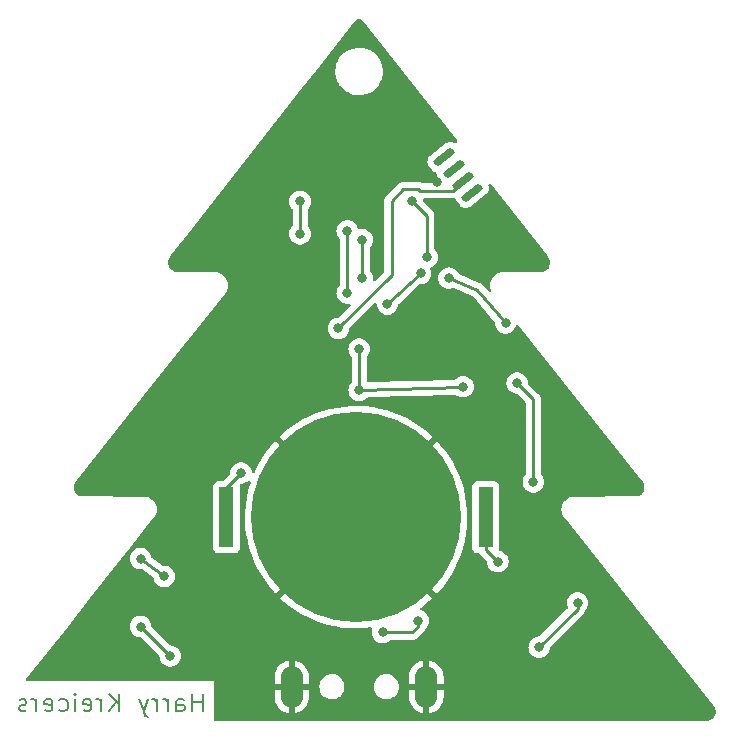
<source format=gbr>
%TF.GenerationSoftware,KiCad,Pcbnew,(6.0.7)*%
%TF.CreationDate,2022-09-10T12:27:55+10:00*%
%TF.ProjectId,Christmas_2022_PCB,43687269-7374-46d6-9173-5f323032325f,v01*%
%TF.SameCoordinates,Original*%
%TF.FileFunction,Copper,L2,Bot*%
%TF.FilePolarity,Positive*%
%FSLAX46Y46*%
G04 Gerber Fmt 4.6, Leading zero omitted, Abs format (unit mm)*
G04 Created by KiCad (PCBNEW (6.0.7)) date 2022-09-10 12:27:55*
%MOMM*%
%LPD*%
G01*
G04 APERTURE LIST*
G04 Aperture macros list*
%AMRoundRect*
0 Rectangle with rounded corners*
0 $1 Rounding radius*
0 $2 $3 $4 $5 $6 $7 $8 $9 X,Y pos of 4 corners*
0 Add a 4 corners polygon primitive as box body*
4,1,4,$2,$3,$4,$5,$6,$7,$8,$9,$2,$3,0*
0 Add four circle primitives for the rounded corners*
1,1,$1+$1,$2,$3*
1,1,$1+$1,$4,$5*
1,1,$1+$1,$6,$7*
1,1,$1+$1,$8,$9*
0 Add four rect primitives between the rounded corners*
20,1,$1+$1,$2,$3,$4,$5,0*
20,1,$1+$1,$4,$5,$6,$7,0*
20,1,$1+$1,$6,$7,$8,$9,0*
20,1,$1+$1,$8,$9,$2,$3,0*%
G04 Aperture macros list end*
%ADD10C,0.200000*%
%TA.AperFunction,NonConductor*%
%ADD11C,0.200000*%
%TD*%
%TA.AperFunction,ComponentPad*%
%ADD12O,1.900000X3.500000*%
%TD*%
%TA.AperFunction,SMDPad,CuDef*%
%ADD13RoundRect,0.162500X-0.550064X-0.635972X0.750154X0.379869X0.550064X0.635972X-0.750154X-0.379869X0*%
%TD*%
%TA.AperFunction,SMDPad,CuDef*%
%ADD14R,1.270000X5.080000*%
%TD*%
%TA.AperFunction,SMDPad,CuDef*%
%ADD15C,17.800000*%
%TD*%
%TA.AperFunction,ViaPad*%
%ADD16C,0.800000*%
%TD*%
%TA.AperFunction,Conductor*%
%ADD17C,0.250000*%
%TD*%
G04 APERTURE END LIST*
D10*
D11*
X76750000Y-108678571D02*
X76750000Y-107178571D01*
X76750000Y-107892857D02*
X75892857Y-107892857D01*
X75892857Y-108678571D02*
X75892857Y-107178571D01*
X74535714Y-108678571D02*
X74535714Y-107892857D01*
X74607142Y-107750000D01*
X74750000Y-107678571D01*
X75035714Y-107678571D01*
X75178571Y-107750000D01*
X74535714Y-108607142D02*
X74678571Y-108678571D01*
X75035714Y-108678571D01*
X75178571Y-108607142D01*
X75250000Y-108464285D01*
X75250000Y-108321428D01*
X75178571Y-108178571D01*
X75035714Y-108107142D01*
X74678571Y-108107142D01*
X74535714Y-108035714D01*
X73821428Y-108678571D02*
X73821428Y-107678571D01*
X73821428Y-107964285D02*
X73750000Y-107821428D01*
X73678571Y-107750000D01*
X73535714Y-107678571D01*
X73392857Y-107678571D01*
X72892857Y-108678571D02*
X72892857Y-107678571D01*
X72892857Y-107964285D02*
X72821428Y-107821428D01*
X72750000Y-107750000D01*
X72607142Y-107678571D01*
X72464285Y-107678571D01*
X72107142Y-107678571D02*
X71750000Y-108678571D01*
X71392857Y-107678571D02*
X71750000Y-108678571D01*
X71892857Y-109035714D01*
X71964285Y-109107142D01*
X72107142Y-109178571D01*
X69678571Y-108678571D02*
X69678571Y-107178571D01*
X68821428Y-108678571D02*
X69464285Y-107821428D01*
X68821428Y-107178571D02*
X69678571Y-108035714D01*
X68178571Y-108678571D02*
X68178571Y-107678571D01*
X68178571Y-107964285D02*
X68107142Y-107821428D01*
X68035714Y-107750000D01*
X67892857Y-107678571D01*
X67750000Y-107678571D01*
X66678571Y-108607142D02*
X66821428Y-108678571D01*
X67107142Y-108678571D01*
X67250000Y-108607142D01*
X67321428Y-108464285D01*
X67321428Y-107892857D01*
X67250000Y-107750000D01*
X67107142Y-107678571D01*
X66821428Y-107678571D01*
X66678571Y-107750000D01*
X66607142Y-107892857D01*
X66607142Y-108035714D01*
X67321428Y-108178571D01*
X65964285Y-108678571D02*
X65964285Y-107678571D01*
X65964285Y-107178571D02*
X66035714Y-107250000D01*
X65964285Y-107321428D01*
X65892857Y-107250000D01*
X65964285Y-107178571D01*
X65964285Y-107321428D01*
X64607142Y-108607142D02*
X64750000Y-108678571D01*
X65035714Y-108678571D01*
X65178571Y-108607142D01*
X65250000Y-108535714D01*
X65321428Y-108392857D01*
X65321428Y-107964285D01*
X65250000Y-107821428D01*
X65178571Y-107750000D01*
X65035714Y-107678571D01*
X64750000Y-107678571D01*
X64607142Y-107750000D01*
X63392857Y-108607142D02*
X63535714Y-108678571D01*
X63821428Y-108678571D01*
X63964285Y-108607142D01*
X64035714Y-108464285D01*
X64035714Y-107892857D01*
X63964285Y-107750000D01*
X63821428Y-107678571D01*
X63535714Y-107678571D01*
X63392857Y-107750000D01*
X63321428Y-107892857D01*
X63321428Y-108035714D01*
X64035714Y-108178571D01*
X62678571Y-108678571D02*
X62678571Y-107678571D01*
X62678571Y-107964285D02*
X62607142Y-107821428D01*
X62535714Y-107750000D01*
X62392857Y-107678571D01*
X62250000Y-107678571D01*
X61821428Y-108607142D02*
X61678571Y-108678571D01*
X61392857Y-108678571D01*
X61250000Y-108607142D01*
X61178571Y-108464285D01*
X61178571Y-108392857D01*
X61250000Y-108250000D01*
X61392857Y-108178571D01*
X61607142Y-108178571D01*
X61750000Y-108107142D01*
X61821428Y-107964285D01*
X61821428Y-107892857D01*
X61750000Y-107750000D01*
X61607142Y-107678571D01*
X61392857Y-107678571D01*
X61250000Y-107750000D01*
D12*
%TO.P,J1,5,Shield*%
%TO.N,GND*%
X84300000Y-106600000D03*
X95700000Y-106600000D03*
%TD*%
D13*
%TO.P,J3,1*%
%TO.N,unconnected-(J3-Pad1)*%
X99559034Y-64762727D03*
%TO.P,J3,2*%
%TO.N,/NRST*%
X98777144Y-63761953D03*
%TO.P,J3,3*%
%TO.N,unconnected-(J3-Pad3)*%
X97995254Y-62761179D03*
%TO.P,J3,4*%
%TO.N,unconnected-(J3-Pad4)*%
X97213364Y-61760406D03*
%TD*%
D14*
%TO.P,BT1,1,+*%
%TO.N,/VBATT*%
X78765000Y-92250000D03*
X100735000Y-92250000D03*
D15*
%TO.P,BT1,2,-*%
%TO.N,GND*%
X89750000Y-92250000D03*
%TD*%
D16*
%TO.N,+3V3*%
X92400000Y-74200000D03*
X95200000Y-71600000D03*
X98800000Y-81200000D03*
%TO.N,GND*%
X98600000Y-76400000D03*
%TO.N,+3V3*%
X102400000Y-75800000D03*
X97600000Y-72000000D03*
%TO.N,GND*%
X82400000Y-73600000D03*
X76400000Y-79800000D03*
X84250000Y-80750000D03*
%TO.N,+3V3*%
X103375000Y-80875000D03*
X73500000Y-97250000D03*
X71500000Y-95750000D03*
%TO.N,/VBATT*%
X101750000Y-96000000D03*
X80000000Y-88500000D03*
%TO.N,GND*%
X96600000Y-63900000D03*
X81500000Y-99000000D03*
X94000000Y-75100000D03*
X96200000Y-102200000D03*
X82000000Y-103750000D03*
X86000000Y-74900000D03*
X84500000Y-103750000D03*
%TO.N,+3V3*%
X94500000Y-65500000D03*
X90000000Y-78000000D03*
X90000000Y-81500000D03*
X92000000Y-102000000D03*
X85000000Y-68250000D03*
X105250000Y-103250000D03*
X104750000Y-89250000D03*
X95000000Y-101000000D03*
X95750000Y-70250000D03*
X71500000Y-101500000D03*
X74000000Y-104000000D03*
X85000000Y-65500000D03*
X108500000Y-99500000D03*
%TO.N,/NRST*%
X88250000Y-76250000D03*
%TO.N,/LED1*%
X89000000Y-68000000D03*
X89000000Y-73250000D03*
%TO.N,/LED2*%
X90250000Y-72000000D03*
X90250000Y-68750000D03*
%TD*%
D17*
%TO.N,+3V3*%
X90000000Y-81500000D02*
X98800000Y-81200000D01*
X95200000Y-71600000D02*
X92400000Y-74200000D01*
X100000000Y-73000000D02*
X97600000Y-72000000D01*
X102400000Y-75800000D02*
X100000000Y-73000000D01*
X103375000Y-80875000D02*
X104750000Y-82250000D01*
X85000000Y-65500000D02*
X85000000Y-68250000D01*
X71500000Y-95750000D02*
X73500000Y-97250000D01*
%TO.N,/VBATT*%
X78765000Y-92250000D02*
X78765000Y-89735000D01*
X100735000Y-92250000D02*
X100735000Y-94985000D01*
X100735000Y-94985000D02*
X101750000Y-96000000D01*
X78765000Y-89735000D02*
X80000000Y-88500000D01*
%TO.N,+3V3*%
X90000000Y-78000000D02*
X90000000Y-81500000D01*
X95750000Y-66750000D02*
X95750000Y-70250000D01*
X94500000Y-102000000D02*
X92000000Y-102000000D01*
X108500000Y-100000000D02*
X108500000Y-99500000D01*
X71500000Y-101500000D02*
X74000000Y-104000000D01*
X105250000Y-103250000D02*
X108500000Y-100000000D01*
X95000000Y-101000000D02*
X95000000Y-101500000D01*
X94500000Y-65500000D02*
X95750000Y-66750000D01*
X104750000Y-82250000D02*
X104750000Y-89250000D01*
X95000000Y-101500000D02*
X94500000Y-102000000D01*
%TO.N,/NRST*%
X92750000Y-65500000D02*
X93750000Y-64500000D01*
X95125000Y-64625000D02*
X97914097Y-64625000D01*
X93750000Y-64500000D02*
X95000000Y-64500000D01*
X95000000Y-64500000D02*
X95125000Y-64625000D01*
X88250000Y-76250000D02*
X92750000Y-71750000D01*
X97914097Y-64625000D02*
X98777144Y-63761953D01*
X92750000Y-71750000D02*
X92750000Y-65500000D01*
%TO.N,/LED1*%
X89000000Y-68000000D02*
X89000000Y-73250000D01*
%TO.N,/LED2*%
X90250000Y-68750000D02*
X90250000Y-72000000D01*
%TD*%
%TA.AperFunction,Conductor*%
%TO.N,GND*%
G36*
X90064200Y-50056125D02*
G01*
X90122773Y-50072436D01*
X90154095Y-50085951D01*
X90206144Y-50117375D01*
X90232694Y-50138800D01*
X90261226Y-50169059D01*
X90272969Y-50183519D01*
X90274313Y-50185450D01*
X90278344Y-50193469D01*
X90284466Y-50200037D01*
X90309988Y-50227418D01*
X90316929Y-50235528D01*
X98257337Y-60350698D01*
X98283667Y-60416632D01*
X98270170Y-60486334D01*
X98221132Y-60537674D01*
X98152122Y-60554352D01*
X98090727Y-60533584D01*
X98090606Y-60533815D01*
X98089148Y-60533050D01*
X98086678Y-60532214D01*
X98083880Y-60530284D01*
X98077628Y-60525971D01*
X97925804Y-60468299D01*
X97918266Y-60467373D01*
X97918264Y-60467373D01*
X97861022Y-60460345D01*
X97764608Y-60448507D01*
X97757068Y-60449406D01*
X97757066Y-60449406D01*
X97610888Y-60466836D01*
X97610886Y-60466836D01*
X97603342Y-60467736D01*
X97451319Y-60524878D01*
X97392582Y-60562659D01*
X97390298Y-60564443D01*
X97390293Y-60564447D01*
X96010115Y-61642761D01*
X96010105Y-61642770D01*
X96007839Y-61644540D01*
X96005737Y-61646517D01*
X96005735Y-61646519D01*
X95980948Y-61669836D01*
X95956970Y-61692391D01*
X95864748Y-61826075D01*
X95862052Y-61833173D01*
X95809774Y-61970795D01*
X95809773Y-61970799D01*
X95807076Y-61977899D01*
X95787283Y-62139095D01*
X95788182Y-62146634D01*
X95788182Y-62146637D01*
X95797076Y-62221224D01*
X95806513Y-62300361D01*
X95809182Y-62307462D01*
X95809183Y-62307466D01*
X95830219Y-62363431D01*
X95863654Y-62452384D01*
X95901435Y-62511120D01*
X95932130Y-62550407D01*
X96165790Y-62849478D01*
X96165798Y-62849487D01*
X96167565Y-62851749D01*
X96215416Y-62902619D01*
X96349100Y-62994841D01*
X96490165Y-63048426D01*
X96546743Y-63091314D01*
X96570535Y-63151294D01*
X96588403Y-63301134D01*
X96591072Y-63308235D01*
X96591073Y-63308239D01*
X96619273Y-63383264D01*
X96645544Y-63453157D01*
X96683325Y-63511893D01*
X96768190Y-63620514D01*
X96898987Y-63787926D01*
X96925165Y-63853921D01*
X96911508Y-63923591D01*
X96862352Y-63974818D01*
X96799698Y-63991500D01*
X95422382Y-63991500D01*
X95361673Y-63975910D01*
X95357561Y-63973649D01*
X95341047Y-63962801D01*
X95340583Y-63962441D01*
X95325041Y-63950386D01*
X95317772Y-63947241D01*
X95317768Y-63947238D01*
X95284463Y-63932826D01*
X95273813Y-63927609D01*
X95235060Y-63906305D01*
X95215437Y-63901267D01*
X95196734Y-63894863D01*
X95185420Y-63889967D01*
X95185419Y-63889967D01*
X95178145Y-63886819D01*
X95170322Y-63885580D01*
X95170312Y-63885577D01*
X95134476Y-63879901D01*
X95122856Y-63877495D01*
X95087711Y-63868472D01*
X95087710Y-63868472D01*
X95080030Y-63866500D01*
X95059776Y-63866500D01*
X95040065Y-63864949D01*
X95027886Y-63863020D01*
X95020057Y-63861780D01*
X94990786Y-63864547D01*
X94976039Y-63865941D01*
X94964181Y-63866500D01*
X93828768Y-63866500D01*
X93817585Y-63865973D01*
X93810092Y-63864298D01*
X93802166Y-63864547D01*
X93802165Y-63864547D01*
X93742002Y-63866438D01*
X93738044Y-63866500D01*
X93710144Y-63866500D01*
X93706154Y-63867004D01*
X93694320Y-63867936D01*
X93650111Y-63869326D01*
X93642495Y-63871539D01*
X93642493Y-63871539D01*
X93630652Y-63874979D01*
X93611293Y-63878988D01*
X93609983Y-63879154D01*
X93591203Y-63881526D01*
X93583837Y-63884442D01*
X93583831Y-63884444D01*
X93550098Y-63897800D01*
X93538868Y-63901645D01*
X93522828Y-63906305D01*
X93496407Y-63913981D01*
X93489584Y-63918016D01*
X93478966Y-63924295D01*
X93461213Y-63932992D01*
X93453568Y-63936019D01*
X93442383Y-63940448D01*
X93428705Y-63950386D01*
X93406612Y-63966437D01*
X93396695Y-63972951D01*
X93358638Y-63995458D01*
X93344317Y-64009779D01*
X93329284Y-64022619D01*
X93312893Y-64034528D01*
X93307843Y-64040632D01*
X93307838Y-64040637D01*
X93284707Y-64068598D01*
X93276717Y-64077379D01*
X92357742Y-64996353D01*
X92349463Y-65003887D01*
X92342982Y-65008000D01*
X92296357Y-65057651D01*
X92293602Y-65060493D01*
X92273865Y-65080230D01*
X92271385Y-65083427D01*
X92263682Y-65092447D01*
X92233414Y-65124679D01*
X92229595Y-65131625D01*
X92229593Y-65131628D01*
X92223652Y-65142434D01*
X92212801Y-65158953D01*
X92200386Y-65174959D01*
X92197241Y-65182228D01*
X92197238Y-65182232D01*
X92182826Y-65215537D01*
X92177609Y-65226187D01*
X92156305Y-65264940D01*
X92154334Y-65272615D01*
X92154334Y-65272616D01*
X92151267Y-65284562D01*
X92144863Y-65303266D01*
X92136819Y-65321855D01*
X92135580Y-65329678D01*
X92135577Y-65329688D01*
X92129901Y-65365524D01*
X92127495Y-65377144D01*
X92116500Y-65419970D01*
X92116500Y-65440224D01*
X92114949Y-65459934D01*
X92111780Y-65479943D01*
X92112526Y-65487835D01*
X92115941Y-65523961D01*
X92116500Y-65535819D01*
X92116500Y-71435406D01*
X92096498Y-71503527D01*
X92079595Y-71524501D01*
X91363355Y-72240741D01*
X91301043Y-72274767D01*
X91230228Y-72269702D01*
X91173392Y-72227155D01*
X91148581Y-72160635D01*
X91148950Y-72138476D01*
X91162814Y-72006565D01*
X91163504Y-72000000D01*
X91157906Y-71946734D01*
X91144232Y-71816635D01*
X91144232Y-71816633D01*
X91143542Y-71810072D01*
X91084527Y-71628444D01*
X90989040Y-71463056D01*
X90915863Y-71381785D01*
X90885147Y-71317779D01*
X90883500Y-71297476D01*
X90883500Y-69452524D01*
X90903502Y-69384403D01*
X90915858Y-69368221D01*
X90989040Y-69286944D01*
X91063197Y-69158500D01*
X91081223Y-69127279D01*
X91081224Y-69127278D01*
X91084527Y-69121556D01*
X91143542Y-68939928D01*
X91163504Y-68750000D01*
X91143542Y-68560072D01*
X91084527Y-68378444D01*
X90989040Y-68213056D01*
X90968216Y-68189928D01*
X90865675Y-68076045D01*
X90865674Y-68076044D01*
X90861253Y-68071134D01*
X90706752Y-67958882D01*
X90700724Y-67956198D01*
X90700722Y-67956197D01*
X90538319Y-67883891D01*
X90538318Y-67883891D01*
X90532288Y-67881206D01*
X90438887Y-67861353D01*
X90351944Y-67842872D01*
X90351939Y-67842872D01*
X90345487Y-67841500D01*
X90154513Y-67841500D01*
X90148060Y-67842872D01*
X90148047Y-67842873D01*
X90030925Y-67867769D01*
X89960135Y-67862368D01*
X89903502Y-67819551D01*
X89884895Y-67783460D01*
X89836568Y-67634726D01*
X89834527Y-67628444D01*
X89739040Y-67463056D01*
X89611253Y-67321134D01*
X89456752Y-67208882D01*
X89450724Y-67206198D01*
X89450722Y-67206197D01*
X89288319Y-67133891D01*
X89288318Y-67133891D01*
X89282288Y-67131206D01*
X89188888Y-67111353D01*
X89101944Y-67092872D01*
X89101939Y-67092872D01*
X89095487Y-67091500D01*
X88904513Y-67091500D01*
X88898061Y-67092872D01*
X88898056Y-67092872D01*
X88811112Y-67111353D01*
X88717712Y-67131206D01*
X88711682Y-67133891D01*
X88711681Y-67133891D01*
X88549278Y-67206197D01*
X88549276Y-67206198D01*
X88543248Y-67208882D01*
X88388747Y-67321134D01*
X88260960Y-67463056D01*
X88165473Y-67628444D01*
X88106458Y-67810072D01*
X88105768Y-67816633D01*
X88105768Y-67816635D01*
X88098699Y-67883891D01*
X88086496Y-68000000D01*
X88087186Y-68006565D01*
X88094489Y-68076045D01*
X88106458Y-68189928D01*
X88165473Y-68371556D01*
X88260960Y-68536944D01*
X88334137Y-68618215D01*
X88364853Y-68682221D01*
X88366500Y-68702524D01*
X88366500Y-72547476D01*
X88346498Y-72615597D01*
X88334142Y-72631779D01*
X88260960Y-72713056D01*
X88215891Y-72791118D01*
X88172595Y-72866109D01*
X88165473Y-72878444D01*
X88106458Y-73060072D01*
X88105768Y-73066633D01*
X88105768Y-73066635D01*
X88097214Y-73148026D01*
X88086496Y-73250000D01*
X88087186Y-73256565D01*
X88099503Y-73373751D01*
X88106458Y-73439928D01*
X88165473Y-73621556D01*
X88260960Y-73786944D01*
X88265378Y-73791851D01*
X88265379Y-73791852D01*
X88384325Y-73923955D01*
X88388747Y-73928866D01*
X88543248Y-74041118D01*
X88549276Y-74043802D01*
X88549278Y-74043803D01*
X88663937Y-74094852D01*
X88717712Y-74118794D01*
X88805241Y-74137399D01*
X88898056Y-74157128D01*
X88898061Y-74157128D01*
X88904513Y-74158500D01*
X89095487Y-74158500D01*
X89101945Y-74157127D01*
X89101948Y-74157127D01*
X89124026Y-74152434D01*
X89194817Y-74157835D01*
X89251450Y-74200651D01*
X89275945Y-74267288D01*
X89260525Y-74336590D01*
X89239320Y-74364775D01*
X88299500Y-75304595D01*
X88237188Y-75338621D01*
X88210405Y-75341500D01*
X88154513Y-75341500D01*
X88148061Y-75342872D01*
X88148056Y-75342872D01*
X88061112Y-75361353D01*
X87967712Y-75381206D01*
X87961682Y-75383891D01*
X87961681Y-75383891D01*
X87799278Y-75456197D01*
X87799276Y-75456198D01*
X87793248Y-75458882D01*
X87638747Y-75571134D01*
X87510960Y-75713056D01*
X87415473Y-75878444D01*
X87356458Y-76060072D01*
X87336496Y-76250000D01*
X87356458Y-76439928D01*
X87415473Y-76621556D01*
X87510960Y-76786944D01*
X87638747Y-76928866D01*
X87793248Y-77041118D01*
X87799276Y-77043802D01*
X87799278Y-77043803D01*
X87906408Y-77091500D01*
X87967712Y-77118794D01*
X88061113Y-77138647D01*
X88148056Y-77157128D01*
X88148061Y-77157128D01*
X88154513Y-77158500D01*
X88345487Y-77158500D01*
X88351939Y-77157128D01*
X88351944Y-77157128D01*
X88438887Y-77138647D01*
X88532288Y-77118794D01*
X88593592Y-77091500D01*
X88700722Y-77043803D01*
X88700724Y-77043802D01*
X88706752Y-77041118D01*
X88861253Y-76928866D01*
X88989040Y-76786944D01*
X89084527Y-76621556D01*
X89143542Y-76439928D01*
X89160907Y-76274706D01*
X89187920Y-76209050D01*
X89197122Y-76198782D01*
X91272091Y-74123813D01*
X91334403Y-74089787D01*
X91405218Y-74094852D01*
X91462054Y-74137399D01*
X91485444Y-74200111D01*
X91486496Y-74200000D01*
X91506458Y-74389928D01*
X91565473Y-74571556D01*
X91660960Y-74736944D01*
X91788747Y-74878866D01*
X91943248Y-74991118D01*
X91949276Y-74993802D01*
X91949278Y-74993803D01*
X92111681Y-75066109D01*
X92117712Y-75068794D01*
X92211113Y-75088647D01*
X92298056Y-75107128D01*
X92298061Y-75107128D01*
X92304513Y-75108500D01*
X92495487Y-75108500D01*
X92501939Y-75107128D01*
X92501944Y-75107128D01*
X92588887Y-75088647D01*
X92682288Y-75068794D01*
X92688319Y-75066109D01*
X92850722Y-74993803D01*
X92850724Y-74993802D01*
X92856752Y-74991118D01*
X93011253Y-74878866D01*
X93139040Y-74736944D01*
X93234527Y-74571556D01*
X93293542Y-74389928D01*
X93306672Y-74265005D01*
X93333685Y-74199349D01*
X93346245Y-74185844D01*
X94574600Y-73045228D01*
X95116357Y-72542168D01*
X95179886Y-72510473D01*
X95202094Y-72508500D01*
X95295487Y-72508500D01*
X95301939Y-72507128D01*
X95301944Y-72507128D01*
X95388887Y-72488647D01*
X95482288Y-72468794D01*
X95494318Y-72463438D01*
X95650722Y-72393803D01*
X95650724Y-72393802D01*
X95656752Y-72391118D01*
X95664086Y-72385790D01*
X95712157Y-72350864D01*
X95811253Y-72278866D01*
X95849649Y-72236223D01*
X95934621Y-72141852D01*
X95934622Y-72141851D01*
X95939040Y-72136944D01*
X96022723Y-71992001D01*
X96031223Y-71977279D01*
X96031224Y-71977278D01*
X96034527Y-71971556D01*
X96093542Y-71789928D01*
X96109673Y-71636455D01*
X96112814Y-71606565D01*
X96113504Y-71600000D01*
X96108419Y-71551615D01*
X96094232Y-71416635D01*
X96094232Y-71416633D01*
X96093542Y-71410072D01*
X96063554Y-71317779D01*
X96038178Y-71239679D01*
X96036151Y-71168711D01*
X96072813Y-71107914D01*
X96106763Y-71085636D01*
X96200719Y-71043805D01*
X96200726Y-71043801D01*
X96206752Y-71041118D01*
X96361253Y-70928866D01*
X96371711Y-70917251D01*
X96484621Y-70791852D01*
X96484622Y-70791851D01*
X96489040Y-70786944D01*
X96556848Y-70669498D01*
X96581223Y-70627279D01*
X96581224Y-70627278D01*
X96584527Y-70621556D01*
X96643542Y-70439928D01*
X96663504Y-70250000D01*
X96657631Y-70194117D01*
X96644232Y-70066635D01*
X96644232Y-70066633D01*
X96643542Y-70060072D01*
X96584527Y-69878444D01*
X96489040Y-69713056D01*
X96415863Y-69631785D01*
X96385147Y-69567779D01*
X96383500Y-69547476D01*
X96383500Y-66828767D01*
X96384027Y-66817584D01*
X96385702Y-66810091D01*
X96383562Y-66742000D01*
X96383500Y-66738043D01*
X96383500Y-66710144D01*
X96382996Y-66706153D01*
X96382063Y-66694311D01*
X96380923Y-66658036D01*
X96380674Y-66650111D01*
X96378462Y-66642497D01*
X96378461Y-66642492D01*
X96375023Y-66630659D01*
X96371012Y-66611295D01*
X96369467Y-66599064D01*
X96368474Y-66591203D01*
X96365557Y-66583836D01*
X96365556Y-66583831D01*
X96352198Y-66550092D01*
X96348354Y-66538865D01*
X96338230Y-66504022D01*
X96336018Y-66496407D01*
X96325707Y-66478972D01*
X96317012Y-66461224D01*
X96309552Y-66442383D01*
X96283564Y-66406613D01*
X96277048Y-66396693D01*
X96258580Y-66365465D01*
X96258578Y-66365462D01*
X96254542Y-66358638D01*
X96240221Y-66344317D01*
X96227380Y-66329283D01*
X96220131Y-66319306D01*
X96215472Y-66312893D01*
X96181395Y-66284702D01*
X96172616Y-66276712D01*
X95447122Y-65551218D01*
X95413096Y-65488906D01*
X95410907Y-65475293D01*
X95408086Y-65448446D01*
X95402749Y-65397670D01*
X95415522Y-65327832D01*
X95464024Y-65275985D01*
X95528059Y-65258500D01*
X97835330Y-65258500D01*
X97846513Y-65259027D01*
X97854006Y-65260702D01*
X97861932Y-65260453D01*
X97861933Y-65260453D01*
X97922083Y-65258562D01*
X97926042Y-65258500D01*
X97953953Y-65258500D01*
X97957888Y-65258003D01*
X97957953Y-65257995D01*
X97969790Y-65257062D01*
X97999162Y-65256139D01*
X98006068Y-65255922D01*
X98006069Y-65255922D01*
X98013986Y-65255673D01*
X98021594Y-65253463D01*
X98025885Y-65252783D01*
X98096296Y-65261881D01*
X98150611Y-65307602D01*
X98163541Y-65332900D01*
X98209324Y-65454705D01*
X98247105Y-65513441D01*
X98248881Y-65515714D01*
X98511460Y-65851799D01*
X98511468Y-65851808D01*
X98513235Y-65854070D01*
X98561086Y-65904940D01*
X98566592Y-65908738D01*
X98566594Y-65908740D01*
X98641587Y-65960474D01*
X98694770Y-65997162D01*
X98846594Y-66054834D01*
X98854132Y-66055760D01*
X98854134Y-66055760D01*
X98911376Y-66062788D01*
X99007790Y-66074626D01*
X99015330Y-66073727D01*
X99015332Y-66073727D01*
X99161510Y-66056297D01*
X99161512Y-66056297D01*
X99169056Y-66055397D01*
X99321079Y-65998255D01*
X99379816Y-65960474D01*
X99382105Y-65958686D01*
X100762283Y-64880372D01*
X100762293Y-64880363D01*
X100764559Y-64878593D01*
X100815428Y-64830742D01*
X100899493Y-64708882D01*
X100903338Y-64703309D01*
X100903339Y-64703307D01*
X100907650Y-64697058D01*
X100947226Y-64592872D01*
X100962624Y-64552338D01*
X100962625Y-64552334D01*
X100965322Y-64545234D01*
X100985115Y-64384038D01*
X100965885Y-64222772D01*
X100963215Y-64215669D01*
X100963214Y-64215664D01*
X100949256Y-64178529D01*
X100944012Y-64107726D01*
X100977879Y-64045328D01*
X101040105Y-64011146D01*
X101110934Y-64016031D01*
X101166310Y-64056396D01*
X105879196Y-70060072D01*
X105968651Y-70174028D01*
X105979718Y-70190699D01*
X105990653Y-70210408D01*
X105998220Y-70217890D01*
X106016408Y-70240600D01*
X106076893Y-70337169D01*
X106088179Y-70360055D01*
X106120280Y-70446206D01*
X106135199Y-70486246D01*
X106141642Y-70510939D01*
X106162270Y-70644015D01*
X106163605Y-70669499D01*
X106157594Y-70791852D01*
X106156997Y-70803995D01*
X106153171Y-70829224D01*
X106119592Y-70959644D01*
X106110761Y-70983581D01*
X106095217Y-71015363D01*
X106051595Y-71104554D01*
X106038118Y-71126226D01*
X105955795Y-71232788D01*
X105938229Y-71251299D01*
X105836114Y-71339096D01*
X105815179Y-71353687D01*
X105725022Y-71403793D01*
X105697476Y-71419102D01*
X105674028Y-71429177D01*
X105545550Y-71469535D01*
X105520555Y-71474678D01*
X105464403Y-71480396D01*
X105413890Y-71485540D01*
X105397957Y-71485117D01*
X105397947Y-71485923D01*
X105388975Y-71485814D01*
X105380101Y-71484432D01*
X105348353Y-71488584D01*
X105332094Y-71489648D01*
X102253136Y-71491469D01*
X102232163Y-71489723D01*
X102222514Y-71488100D01*
X102217344Y-71487230D01*
X102217342Y-71487230D01*
X102212552Y-71486424D01*
X102206276Y-71486347D01*
X102204860Y-71486330D01*
X102204857Y-71486330D01*
X102200000Y-71486271D01*
X102185880Y-71488293D01*
X102178909Y-71489093D01*
X102008748Y-71503826D01*
X102003484Y-71505221D01*
X102003480Y-71505222D01*
X101828450Y-71551615D01*
X101828447Y-71551616D01*
X101823188Y-71553010D01*
X101712304Y-71604110D01*
X101653792Y-71631075D01*
X101653789Y-71631076D01*
X101648843Y-71633356D01*
X101569993Y-71687830D01*
X101495377Y-71739379D01*
X101495374Y-71739381D01*
X101490902Y-71742471D01*
X101354066Y-71877110D01*
X101350905Y-71881531D01*
X101350903Y-71881533D01*
X101297773Y-71955834D01*
X101242407Y-72033263D01*
X101240049Y-72038168D01*
X101240049Y-72038169D01*
X101164093Y-72196206D01*
X101159249Y-72206284D01*
X101157772Y-72211514D01*
X101157771Y-72211516D01*
X101148126Y-72245663D01*
X101107067Y-72391023D01*
X101106510Y-72396433D01*
X101106510Y-72396434D01*
X101103441Y-72426250D01*
X101087413Y-72581982D01*
X101087794Y-72587403D01*
X101087794Y-72587406D01*
X101094496Y-72682749D01*
X101100873Y-72773477D01*
X101102182Y-72778759D01*
X101102182Y-72778760D01*
X101125466Y-72872721D01*
X101147046Y-72959809D01*
X101149245Y-72964791D01*
X101170712Y-73013430D01*
X101179919Y-73083827D01*
X101149604Y-73148026D01*
X101089393Y-73185645D01*
X101018402Y-73184739D01*
X100959774Y-73146306D01*
X100489717Y-72597906D01*
X100486885Y-72594481D01*
X100450268Y-72548580D01*
X100450265Y-72548577D01*
X100445323Y-72542382D01*
X100438995Y-72537610D01*
X100438993Y-72537608D01*
X100408844Y-72514872D01*
X100400074Y-72507615D01*
X100372106Y-72482256D01*
X100372104Y-72482255D01*
X100366237Y-72476935D01*
X100359227Y-72473239D01*
X100359224Y-72473237D01*
X100349622Y-72468174D01*
X100332524Y-72457320D01*
X100323856Y-72450784D01*
X100317528Y-72446012D01*
X100275350Y-72428438D01*
X100265066Y-72423596D01*
X100231660Y-72405984D01*
X100231658Y-72405983D01*
X100224649Y-72402288D01*
X100206372Y-72397934D01*
X100187122Y-72391676D01*
X98497889Y-71687829D01*
X98442703Y-71643166D01*
X98434656Y-71628841D01*
X98434527Y-71628444D01*
X98339040Y-71463056D01*
X98297243Y-71416635D01*
X98215675Y-71326045D01*
X98215674Y-71326044D01*
X98211253Y-71321134D01*
X98056752Y-71208882D01*
X98050724Y-71206198D01*
X98050722Y-71206197D01*
X97888319Y-71133891D01*
X97888318Y-71133891D01*
X97882288Y-71131206D01*
X97788887Y-71111353D01*
X97701944Y-71092872D01*
X97701939Y-71092872D01*
X97695487Y-71091500D01*
X97504513Y-71091500D01*
X97498061Y-71092872D01*
X97498056Y-71092872D01*
X97411113Y-71111353D01*
X97317712Y-71131206D01*
X97311682Y-71133891D01*
X97311681Y-71133891D01*
X97149278Y-71206197D01*
X97149276Y-71206198D01*
X97143248Y-71208882D01*
X96988747Y-71321134D01*
X96984326Y-71326044D01*
X96984325Y-71326045D01*
X96902758Y-71416635D01*
X96860960Y-71463056D01*
X96765473Y-71628444D01*
X96706458Y-71810072D01*
X96705768Y-71816633D01*
X96705768Y-71816635D01*
X96692094Y-71946734D01*
X96686496Y-72000000D01*
X96687186Y-72006565D01*
X96699668Y-72125321D01*
X96706458Y-72189928D01*
X96765473Y-72371556D01*
X96768776Y-72377278D01*
X96768777Y-72377279D01*
X96802686Y-72436010D01*
X96860960Y-72536944D01*
X96865378Y-72541851D01*
X96865379Y-72541852D01*
X96960179Y-72647138D01*
X96988747Y-72678866D01*
X97143248Y-72791118D01*
X97149276Y-72793802D01*
X97149278Y-72793803D01*
X97311672Y-72866105D01*
X97317712Y-72868794D01*
X97392680Y-72884729D01*
X97498056Y-72907128D01*
X97498061Y-72907128D01*
X97504513Y-72908500D01*
X97695487Y-72908500D01*
X97701939Y-72907128D01*
X97701944Y-72907128D01*
X97863813Y-72872721D01*
X97882288Y-72868794D01*
X97888328Y-72866105D01*
X97907971Y-72857360D01*
X97978338Y-72847926D01*
X98007679Y-72856159D01*
X99589463Y-73515235D01*
X99636667Y-73549542D01*
X101459825Y-75676559D01*
X101488970Y-75741296D01*
X101489468Y-75771725D01*
X101486496Y-75800000D01*
X101506458Y-75989928D01*
X101565473Y-76171556D01*
X101660960Y-76336944D01*
X101788747Y-76478866D01*
X101943248Y-76591118D01*
X101949276Y-76593802D01*
X101949278Y-76593803D01*
X102011613Y-76621556D01*
X102117712Y-76668794D01*
X102211112Y-76688647D01*
X102298056Y-76707128D01*
X102298061Y-76707128D01*
X102304513Y-76708500D01*
X102495487Y-76708500D01*
X102501939Y-76707128D01*
X102501944Y-76707128D01*
X102588888Y-76688647D01*
X102682288Y-76668794D01*
X102788387Y-76621556D01*
X102850722Y-76593803D01*
X102850724Y-76593802D01*
X102856752Y-76591118D01*
X103011253Y-76478866D01*
X103139040Y-76336944D01*
X103234527Y-76171556D01*
X103275223Y-76046308D01*
X103315297Y-75987703D01*
X103380694Y-75960066D01*
X103450650Y-75972173D01*
X103493660Y-76006803D01*
X113969154Y-89175203D01*
X113980719Y-89192503D01*
X113990653Y-89210408D01*
X113998220Y-89217890D01*
X114016408Y-89240600D01*
X114076893Y-89337169D01*
X114088179Y-89360055D01*
X114127126Y-89464579D01*
X114135199Y-89486246D01*
X114141642Y-89510939D01*
X114162270Y-89644015D01*
X114163605Y-89669499D01*
X114157594Y-89791852D01*
X114156997Y-89803995D01*
X114153171Y-89829224D01*
X114119592Y-89959644D01*
X114110761Y-89983581D01*
X114095217Y-90015363D01*
X114051595Y-90104554D01*
X114038118Y-90126226D01*
X113955795Y-90232788D01*
X113938229Y-90251299D01*
X113836114Y-90339096D01*
X113815179Y-90353687D01*
X113697476Y-90419102D01*
X113674028Y-90429177D01*
X113545550Y-90469535D01*
X113520555Y-90474678D01*
X113464403Y-90480396D01*
X113413890Y-90485540D01*
X113397957Y-90485117D01*
X113397947Y-90485923D01*
X113388975Y-90485814D01*
X113380101Y-90484432D01*
X113347813Y-90488655D01*
X113331780Y-90489717D01*
X108293571Y-90501291D01*
X108272395Y-90499546D01*
X108253319Y-90496337D01*
X108246865Y-90496258D01*
X108245625Y-90496243D01*
X108245622Y-90496243D01*
X108240767Y-90496184D01*
X108235958Y-90496873D01*
X108235956Y-90496873D01*
X108227279Y-90498116D01*
X108220286Y-90498919D01*
X108054938Y-90513240D01*
X108054936Y-90513240D01*
X108049514Y-90513710D01*
X107863954Y-90562899D01*
X107689610Y-90643249D01*
X107531671Y-90752369D01*
X107394837Y-90887010D01*
X107391674Y-90891433D01*
X107391671Y-90891437D01*
X107376764Y-90912285D01*
X107283180Y-91043166D01*
X107200023Y-91216189D01*
X107147843Y-91400930D01*
X107128191Y-91591890D01*
X107128572Y-91597311D01*
X107128572Y-91597314D01*
X107133592Y-91668731D01*
X107141652Y-91783386D01*
X107142959Y-91788662D01*
X107142960Y-91788666D01*
X107166979Y-91885592D01*
X107187826Y-91969719D01*
X107265339Y-92145343D01*
X107268355Y-92149863D01*
X107268362Y-92149875D01*
X107348923Y-92270620D01*
X107354194Y-92279252D01*
X107363384Y-92295756D01*
X107371106Y-92305653D01*
X107374649Y-92308979D01*
X107374650Y-92308980D01*
X107390736Y-92324081D01*
X107403128Y-92337535D01*
X114143887Y-100816635D01*
X119948323Y-108117947D01*
X119995296Y-108177034D01*
X120006839Y-108194307D01*
X120016822Y-108212299D01*
X120023207Y-108218612D01*
X120024384Y-108219776D01*
X120042575Y-108242488D01*
X120103064Y-108339056D01*
X120114352Y-108361944D01*
X120161376Y-108488134D01*
X120167820Y-108512828D01*
X120188451Y-108645910D01*
X120189786Y-108671390D01*
X120183178Y-108805887D01*
X120179351Y-108831119D01*
X120145776Y-108961531D01*
X120136945Y-108985469D01*
X120121405Y-109017244D01*
X120077777Y-109106447D01*
X120064300Y-109128118D01*
X119981976Y-109234682D01*
X119964408Y-109253195D01*
X119953774Y-109262338D01*
X119862295Y-109340987D01*
X119841366Y-109355575D01*
X119723651Y-109420993D01*
X119700207Y-109431065D01*
X119571725Y-109471421D01*
X119546728Y-109476563D01*
X119440082Y-109487420D01*
X119424133Y-109486997D01*
X119424123Y-109487801D01*
X119415153Y-109487691D01*
X119406276Y-109486309D01*
X119374714Y-109490436D01*
X119358379Y-109491500D01*
X77841643Y-109491500D01*
X77773522Y-109471498D01*
X77727029Y-109417842D01*
X77715643Y-109365500D01*
X77715643Y-107458190D01*
X82842000Y-107458190D01*
X82842212Y-107463363D01*
X82856224Y-107633794D01*
X82857907Y-107643956D01*
X82913796Y-107866461D01*
X82917117Y-107876216D01*
X83008591Y-108086590D01*
X83013469Y-108095688D01*
X83138075Y-108288301D01*
X83144359Y-108296461D01*
X83298763Y-108466149D01*
X83306293Y-108473170D01*
X83486332Y-108615356D01*
X83494919Y-108621061D01*
X83695750Y-108731926D01*
X83705162Y-108736156D01*
X83921416Y-108812736D01*
X83931366Y-108815365D01*
X84028164Y-108832607D01*
X84041460Y-108831148D01*
X84045540Y-108818067D01*
X84554000Y-108818067D01*
X84557918Y-108831411D01*
X84572194Y-108833398D01*
X84633933Y-108823950D01*
X84643961Y-108821561D01*
X84862016Y-108750290D01*
X84871525Y-108746293D01*
X85075007Y-108640367D01*
X85083732Y-108634873D01*
X85267187Y-108497131D01*
X85274894Y-108490288D01*
X85433391Y-108324431D01*
X85439874Y-108316425D01*
X85569155Y-108126906D01*
X85574244Y-108117947D01*
X85670837Y-107909855D01*
X85674394Y-107900187D01*
X85735701Y-107679121D01*
X85737632Y-107669001D01*
X85757644Y-107481748D01*
X85758000Y-107475056D01*
X85758000Y-106872115D01*
X85753525Y-106856876D01*
X85752135Y-106855671D01*
X85744452Y-106854000D01*
X84572115Y-106854000D01*
X84556876Y-106858475D01*
X84555671Y-106859865D01*
X84554000Y-106867548D01*
X84554000Y-108818067D01*
X84045540Y-108818067D01*
X84046000Y-108816592D01*
X84046000Y-106872115D01*
X84041525Y-106856876D01*
X84040135Y-106855671D01*
X84032452Y-106854000D01*
X82860115Y-106854000D01*
X82844876Y-106858475D01*
X82843671Y-106859865D01*
X82842000Y-106867548D01*
X82842000Y-107458190D01*
X77715643Y-107458190D01*
X77715643Y-106592575D01*
X86636404Y-106592575D01*
X86655218Y-106799303D01*
X86656956Y-106805209D01*
X86656957Y-106805213D01*
X86700473Y-106953068D01*
X86713827Y-106998440D01*
X86809999Y-107182400D01*
X86940071Y-107344177D01*
X86944788Y-107348135D01*
X86944790Y-107348137D01*
X87048681Y-107435312D01*
X87099089Y-107477609D01*
X87104481Y-107480573D01*
X87104485Y-107480576D01*
X87275598Y-107574646D01*
X87280995Y-107577613D01*
X87478861Y-107640379D01*
X87484978Y-107641065D01*
X87484982Y-107641066D01*
X87561598Y-107649659D01*
X87640413Y-107658500D01*
X87752237Y-107658500D01*
X87755293Y-107658200D01*
X87755300Y-107658200D01*
X87900466Y-107643966D01*
X87900469Y-107643965D01*
X87906592Y-107643365D01*
X88038546Y-107603526D01*
X88099407Y-107585152D01*
X88099410Y-107585151D01*
X88105315Y-107583368D01*
X88112635Y-107579476D01*
X88283153Y-107488809D01*
X88283155Y-107488808D01*
X88288599Y-107485913D01*
X88348471Y-107437083D01*
X88444689Y-107358610D01*
X88444692Y-107358607D01*
X88449464Y-107354715D01*
X88581783Y-107194770D01*
X88585876Y-107187201D01*
X88677584Y-107017590D01*
X88677586Y-107017585D01*
X88680514Y-107012170D01*
X88741898Y-106813871D01*
X88743429Y-106799303D01*
X88762952Y-106613554D01*
X88762952Y-106613552D01*
X88763596Y-106607425D01*
X88762245Y-106592575D01*
X91236404Y-106592575D01*
X91255218Y-106799303D01*
X91256956Y-106805209D01*
X91256957Y-106805213D01*
X91300473Y-106953068D01*
X91313827Y-106998440D01*
X91409999Y-107182400D01*
X91540071Y-107344177D01*
X91544788Y-107348135D01*
X91544790Y-107348137D01*
X91648681Y-107435312D01*
X91699089Y-107477609D01*
X91704481Y-107480573D01*
X91704485Y-107480576D01*
X91875598Y-107574646D01*
X91880995Y-107577613D01*
X92078861Y-107640379D01*
X92084978Y-107641065D01*
X92084982Y-107641066D01*
X92161598Y-107649659D01*
X92240413Y-107658500D01*
X92352237Y-107658500D01*
X92355293Y-107658200D01*
X92355300Y-107658200D01*
X92500466Y-107643966D01*
X92500469Y-107643965D01*
X92506592Y-107643365D01*
X92638546Y-107603526D01*
X92699407Y-107585152D01*
X92699410Y-107585151D01*
X92705315Y-107583368D01*
X92712635Y-107579476D01*
X92883153Y-107488809D01*
X92883155Y-107488808D01*
X92888599Y-107485913D01*
X92922591Y-107458190D01*
X94242000Y-107458190D01*
X94242212Y-107463363D01*
X94256224Y-107633794D01*
X94257907Y-107643956D01*
X94313796Y-107866461D01*
X94317117Y-107876216D01*
X94408591Y-108086590D01*
X94413469Y-108095688D01*
X94538075Y-108288301D01*
X94544359Y-108296461D01*
X94698763Y-108466149D01*
X94706293Y-108473170D01*
X94886332Y-108615356D01*
X94894919Y-108621061D01*
X95095750Y-108731926D01*
X95105162Y-108736156D01*
X95321416Y-108812736D01*
X95331366Y-108815365D01*
X95428164Y-108832607D01*
X95441460Y-108831148D01*
X95445540Y-108818067D01*
X95954000Y-108818067D01*
X95957918Y-108831411D01*
X95972194Y-108833398D01*
X96033933Y-108823950D01*
X96043961Y-108821561D01*
X96262016Y-108750290D01*
X96271525Y-108746293D01*
X96475007Y-108640367D01*
X96483732Y-108634873D01*
X96667187Y-108497131D01*
X96674894Y-108490288D01*
X96833391Y-108324431D01*
X96839874Y-108316425D01*
X96969155Y-108126906D01*
X96974244Y-108117947D01*
X97070837Y-107909855D01*
X97074394Y-107900187D01*
X97135701Y-107679121D01*
X97137632Y-107669001D01*
X97157644Y-107481748D01*
X97158000Y-107475056D01*
X97158000Y-106872115D01*
X97153525Y-106856876D01*
X97152135Y-106855671D01*
X97144452Y-106854000D01*
X95972115Y-106854000D01*
X95956876Y-106858475D01*
X95955671Y-106859865D01*
X95954000Y-106867548D01*
X95954000Y-108818067D01*
X95445540Y-108818067D01*
X95446000Y-108816592D01*
X95446000Y-106872115D01*
X95441525Y-106856876D01*
X95440135Y-106855671D01*
X95432452Y-106854000D01*
X94260115Y-106854000D01*
X94244876Y-106858475D01*
X94243671Y-106859865D01*
X94242000Y-106867548D01*
X94242000Y-107458190D01*
X92922591Y-107458190D01*
X92948471Y-107437083D01*
X93044689Y-107358610D01*
X93044692Y-107358607D01*
X93049464Y-107354715D01*
X93181783Y-107194770D01*
X93185876Y-107187201D01*
X93277584Y-107017590D01*
X93277586Y-107017585D01*
X93280514Y-107012170D01*
X93341898Y-106813871D01*
X93343429Y-106799303D01*
X93362952Y-106613554D01*
X93362952Y-106613552D01*
X93363596Y-106607425D01*
X93344782Y-106400697D01*
X93342298Y-106392255D01*
X93323353Y-106327885D01*
X94242000Y-106327885D01*
X94246475Y-106343124D01*
X94247865Y-106344329D01*
X94255548Y-106346000D01*
X95427885Y-106346000D01*
X95443124Y-106341525D01*
X95444329Y-106340135D01*
X95446000Y-106332452D01*
X95446000Y-106327885D01*
X95954000Y-106327885D01*
X95958475Y-106343124D01*
X95959865Y-106344329D01*
X95967548Y-106346000D01*
X97139885Y-106346000D01*
X97155124Y-106341525D01*
X97156329Y-106340135D01*
X97158000Y-106332452D01*
X97158000Y-105741810D01*
X97157788Y-105736637D01*
X97143776Y-105566206D01*
X97142093Y-105556044D01*
X97086204Y-105333539D01*
X97082883Y-105323784D01*
X96991409Y-105113410D01*
X96986531Y-105104312D01*
X96861925Y-104911699D01*
X96855641Y-104903539D01*
X96701237Y-104733851D01*
X96693707Y-104726830D01*
X96513668Y-104584644D01*
X96505081Y-104578939D01*
X96304250Y-104468074D01*
X96294838Y-104463844D01*
X96078584Y-104387264D01*
X96068634Y-104384635D01*
X95971836Y-104367393D01*
X95958540Y-104368852D01*
X95954000Y-104383408D01*
X95954000Y-106327885D01*
X95446000Y-106327885D01*
X95446000Y-104381933D01*
X95442082Y-104368589D01*
X95427806Y-104366602D01*
X95366067Y-104376050D01*
X95356039Y-104378439D01*
X95137984Y-104449710D01*
X95128475Y-104453707D01*
X94924993Y-104559633D01*
X94916268Y-104565127D01*
X94732813Y-104702869D01*
X94725106Y-104709712D01*
X94566609Y-104875569D01*
X94560126Y-104883575D01*
X94430845Y-105073094D01*
X94425756Y-105082053D01*
X94329163Y-105290145D01*
X94325606Y-105299813D01*
X94264299Y-105520879D01*
X94262368Y-105530999D01*
X94242356Y-105718252D01*
X94242000Y-105724944D01*
X94242000Y-106327885D01*
X93323353Y-106327885D01*
X93287912Y-106207469D01*
X93286173Y-106201560D01*
X93190001Y-106017600D01*
X93059929Y-105855823D01*
X93047371Y-105845285D01*
X92905629Y-105726350D01*
X92900911Y-105722391D01*
X92895519Y-105719427D01*
X92895515Y-105719424D01*
X92724402Y-105625354D01*
X92719005Y-105622387D01*
X92521139Y-105559621D01*
X92515022Y-105558935D01*
X92515018Y-105558934D01*
X92438402Y-105550341D01*
X92359587Y-105541500D01*
X92247763Y-105541500D01*
X92244707Y-105541800D01*
X92244700Y-105541800D01*
X92099534Y-105556034D01*
X92099531Y-105556035D01*
X92093408Y-105556635D01*
X91961454Y-105596474D01*
X91900593Y-105614848D01*
X91900590Y-105614849D01*
X91894685Y-105616632D01*
X91889240Y-105619527D01*
X91889238Y-105619528D01*
X91716847Y-105711191D01*
X91716845Y-105711192D01*
X91711401Y-105714087D01*
X91698089Y-105724944D01*
X91555311Y-105841390D01*
X91555308Y-105841393D01*
X91550536Y-105845285D01*
X91418217Y-106005230D01*
X91415288Y-106010647D01*
X91415286Y-106010650D01*
X91322416Y-106182410D01*
X91322414Y-106182415D01*
X91319486Y-106187830D01*
X91258102Y-106386129D01*
X91257458Y-106392254D01*
X91257458Y-106392255D01*
X91255926Y-106406836D01*
X91236404Y-106592575D01*
X88762245Y-106592575D01*
X88744782Y-106400697D01*
X88742298Y-106392255D01*
X88687912Y-106207469D01*
X88686173Y-106201560D01*
X88590001Y-106017600D01*
X88459929Y-105855823D01*
X88447371Y-105845285D01*
X88305629Y-105726350D01*
X88300911Y-105722391D01*
X88295519Y-105719427D01*
X88295515Y-105719424D01*
X88124402Y-105625354D01*
X88119005Y-105622387D01*
X87921139Y-105559621D01*
X87915022Y-105558935D01*
X87915018Y-105558934D01*
X87838402Y-105550341D01*
X87759587Y-105541500D01*
X87647763Y-105541500D01*
X87644707Y-105541800D01*
X87644700Y-105541800D01*
X87499534Y-105556034D01*
X87499531Y-105556035D01*
X87493408Y-105556635D01*
X87361454Y-105596474D01*
X87300593Y-105614848D01*
X87300590Y-105614849D01*
X87294685Y-105616632D01*
X87289240Y-105619527D01*
X87289238Y-105619528D01*
X87116847Y-105711191D01*
X87116845Y-105711192D01*
X87111401Y-105714087D01*
X87098089Y-105724944D01*
X86955311Y-105841390D01*
X86955308Y-105841393D01*
X86950536Y-105845285D01*
X86818217Y-106005230D01*
X86815288Y-106010647D01*
X86815286Y-106010650D01*
X86722416Y-106182410D01*
X86722414Y-106182415D01*
X86719486Y-106187830D01*
X86658102Y-106386129D01*
X86657458Y-106392254D01*
X86657458Y-106392255D01*
X86655926Y-106406836D01*
X86636404Y-106592575D01*
X77715643Y-106592575D01*
X77715643Y-106327885D01*
X82842000Y-106327885D01*
X82846475Y-106343124D01*
X82847865Y-106344329D01*
X82855548Y-106346000D01*
X84027885Y-106346000D01*
X84043124Y-106341525D01*
X84044329Y-106340135D01*
X84046000Y-106332452D01*
X84046000Y-106327885D01*
X84554000Y-106327885D01*
X84558475Y-106343124D01*
X84559865Y-106344329D01*
X84567548Y-106346000D01*
X85739885Y-106346000D01*
X85755124Y-106341525D01*
X85756329Y-106340135D01*
X85758000Y-106332452D01*
X85758000Y-105741810D01*
X85757788Y-105736637D01*
X85743776Y-105566206D01*
X85742093Y-105556044D01*
X85686204Y-105333539D01*
X85682883Y-105323784D01*
X85591409Y-105113410D01*
X85586531Y-105104312D01*
X85461925Y-104911699D01*
X85455641Y-104903539D01*
X85301237Y-104733851D01*
X85293707Y-104726830D01*
X85113668Y-104584644D01*
X85105081Y-104578939D01*
X84904250Y-104468074D01*
X84894838Y-104463844D01*
X84678584Y-104387264D01*
X84668634Y-104384635D01*
X84571836Y-104367393D01*
X84558540Y-104368852D01*
X84554000Y-104383408D01*
X84554000Y-106327885D01*
X84046000Y-106327885D01*
X84046000Y-104381933D01*
X84042082Y-104368589D01*
X84027806Y-104366602D01*
X83966067Y-104376050D01*
X83956039Y-104378439D01*
X83737984Y-104449710D01*
X83728475Y-104453707D01*
X83524993Y-104559633D01*
X83516268Y-104565127D01*
X83332813Y-104702869D01*
X83325106Y-104709712D01*
X83166609Y-104875569D01*
X83160126Y-104883575D01*
X83030845Y-105073094D01*
X83025756Y-105082053D01*
X82929163Y-105290145D01*
X82925606Y-105299813D01*
X82864299Y-105520879D01*
X82862368Y-105530999D01*
X82842356Y-105718252D01*
X82842000Y-105724944D01*
X82842000Y-106327885D01*
X77715643Y-106327885D01*
X77715643Y-106134000D01*
X61890019Y-106134000D01*
X61821898Y-106113998D01*
X61775405Y-106060342D01*
X61765301Y-105990068D01*
X61791389Y-105929590D01*
X65312848Y-101500000D01*
X70586496Y-101500000D01*
X70587186Y-101506565D01*
X70605220Y-101678145D01*
X70606458Y-101689928D01*
X70665473Y-101871556D01*
X70760960Y-102036944D01*
X70888747Y-102178866D01*
X71043248Y-102291118D01*
X71049276Y-102293802D01*
X71049278Y-102293803D01*
X71149942Y-102338621D01*
X71217712Y-102368794D01*
X71311113Y-102388647D01*
X71398056Y-102407128D01*
X71398061Y-102407128D01*
X71404513Y-102408500D01*
X71460406Y-102408500D01*
X71528527Y-102428502D01*
X71549501Y-102445405D01*
X73052878Y-103948783D01*
X73086904Y-104011095D01*
X73089093Y-104024708D01*
X73103011Y-104157128D01*
X73106458Y-104189928D01*
X73165473Y-104371556D01*
X73260960Y-104536944D01*
X73388747Y-104678866D01*
X73543248Y-104791118D01*
X73549276Y-104793802D01*
X73549278Y-104793803D01*
X73711681Y-104866109D01*
X73717712Y-104868794D01*
X73787251Y-104883575D01*
X73898056Y-104907128D01*
X73898061Y-104907128D01*
X73904513Y-104908500D01*
X74095487Y-104908500D01*
X74101939Y-104907128D01*
X74101944Y-104907128D01*
X74212749Y-104883575D01*
X74282288Y-104868794D01*
X74288319Y-104866109D01*
X74450722Y-104793803D01*
X74450724Y-104793802D01*
X74456752Y-104791118D01*
X74611253Y-104678866D01*
X74739040Y-104536944D01*
X74834527Y-104371556D01*
X74893542Y-104189928D01*
X74896990Y-104157128D01*
X74912814Y-104006565D01*
X74913504Y-104000000D01*
X74906028Y-103928866D01*
X74894232Y-103816635D01*
X74894232Y-103816633D01*
X74893542Y-103810072D01*
X74834527Y-103628444D01*
X74739040Y-103463056D01*
X74718216Y-103439928D01*
X74615675Y-103326045D01*
X74615674Y-103326044D01*
X74611253Y-103321134D01*
X74513346Y-103250000D01*
X104336496Y-103250000D01*
X104337186Y-103256565D01*
X104344489Y-103326045D01*
X104356458Y-103439928D01*
X104415473Y-103621556D01*
X104510960Y-103786944D01*
X104515378Y-103791851D01*
X104515379Y-103791852D01*
X104537694Y-103816635D01*
X104638747Y-103928866D01*
X104714735Y-103984075D01*
X104770662Y-104024708D01*
X104793248Y-104041118D01*
X104799276Y-104043802D01*
X104799278Y-104043803D01*
X104961681Y-104116109D01*
X104967712Y-104118794D01*
X105061112Y-104138647D01*
X105148056Y-104157128D01*
X105148061Y-104157128D01*
X105154513Y-104158500D01*
X105345487Y-104158500D01*
X105351939Y-104157128D01*
X105351944Y-104157128D01*
X105438888Y-104138647D01*
X105532288Y-104118794D01*
X105538319Y-104116109D01*
X105700722Y-104043803D01*
X105700724Y-104043802D01*
X105706752Y-104041118D01*
X105729339Y-104024708D01*
X105785265Y-103984075D01*
X105861253Y-103928866D01*
X105962306Y-103816635D01*
X105984621Y-103791852D01*
X105984622Y-103791851D01*
X105989040Y-103786944D01*
X106084527Y-103621556D01*
X106143542Y-103439928D01*
X106160907Y-103274706D01*
X106187920Y-103209050D01*
X106197122Y-103198782D01*
X107530634Y-101865271D01*
X108892253Y-100503652D01*
X108900539Y-100496112D01*
X108907018Y-100492000D01*
X108928829Y-100468774D01*
X108953643Y-100442349D01*
X108956398Y-100439507D01*
X108976135Y-100419770D01*
X108978615Y-100416573D01*
X108986320Y-100407551D01*
X109011159Y-100381100D01*
X109016586Y-100375321D01*
X109020405Y-100368375D01*
X109020407Y-100368372D01*
X109026348Y-100357566D01*
X109037199Y-100341047D01*
X109044758Y-100331301D01*
X109049614Y-100325041D01*
X109052759Y-100317772D01*
X109052762Y-100317768D01*
X109067174Y-100284463D01*
X109072391Y-100273813D01*
X109093695Y-100235060D01*
X109098733Y-100215437D01*
X109105138Y-100196731D01*
X109106171Y-100194344D01*
X109128171Y-100160077D01*
X109234621Y-100041852D01*
X109234622Y-100041851D01*
X109239040Y-100036944D01*
X109309979Y-99914075D01*
X109331223Y-99877279D01*
X109331224Y-99877278D01*
X109334527Y-99871556D01*
X109393542Y-99689928D01*
X109413504Y-99500000D01*
X109393542Y-99310072D01*
X109334527Y-99128444D01*
X109239040Y-98963056D01*
X109111253Y-98821134D01*
X108965876Y-98715511D01*
X108962094Y-98712763D01*
X108962093Y-98712762D01*
X108956752Y-98708882D01*
X108950724Y-98706198D01*
X108950722Y-98706197D01*
X108788319Y-98633891D01*
X108788318Y-98633891D01*
X108782288Y-98631206D01*
X108688888Y-98611353D01*
X108601944Y-98592872D01*
X108601939Y-98592872D01*
X108595487Y-98591500D01*
X108404513Y-98591500D01*
X108398061Y-98592872D01*
X108398056Y-98592872D01*
X108311112Y-98611353D01*
X108217712Y-98631206D01*
X108211682Y-98633891D01*
X108211681Y-98633891D01*
X108049278Y-98706197D01*
X108049276Y-98706198D01*
X108043248Y-98708882D01*
X108037907Y-98712762D01*
X108037906Y-98712763D01*
X108034124Y-98715511D01*
X107888747Y-98821134D01*
X107760960Y-98963056D01*
X107665473Y-99128444D01*
X107606458Y-99310072D01*
X107586496Y-99500000D01*
X107606458Y-99689928D01*
X107608498Y-99696206D01*
X107658060Y-99848743D01*
X107660087Y-99919711D01*
X107627322Y-99976774D01*
X106446107Y-101157988D01*
X105299500Y-102304595D01*
X105237188Y-102338621D01*
X105210405Y-102341500D01*
X105154513Y-102341500D01*
X105148061Y-102342872D01*
X105148056Y-102342872D01*
X105061113Y-102361353D01*
X104967712Y-102381206D01*
X104961682Y-102383891D01*
X104961681Y-102383891D01*
X104799278Y-102456197D01*
X104799276Y-102456198D01*
X104793248Y-102458882D01*
X104787907Y-102462762D01*
X104787906Y-102462763D01*
X104777764Y-102470132D01*
X104638747Y-102571134D01*
X104634326Y-102576044D01*
X104634325Y-102576045D01*
X104538249Y-102682749D01*
X104510960Y-102713056D01*
X104465891Y-102791118D01*
X104422595Y-102866109D01*
X104415473Y-102878444D01*
X104356458Y-103060072D01*
X104355768Y-103066633D01*
X104355768Y-103066635D01*
X104348699Y-103133891D01*
X104336496Y-103250000D01*
X74513346Y-103250000D01*
X74456752Y-103208882D01*
X74450724Y-103206198D01*
X74450722Y-103206197D01*
X74288319Y-103133891D01*
X74288318Y-103133891D01*
X74282288Y-103131206D01*
X74188888Y-103111353D01*
X74101944Y-103092872D01*
X74101939Y-103092872D01*
X74095487Y-103091500D01*
X74039594Y-103091500D01*
X73971473Y-103071498D01*
X73950499Y-103054595D01*
X72447122Y-101551217D01*
X72413096Y-101488905D01*
X72410907Y-101475292D01*
X72394232Y-101316635D01*
X72394232Y-101316633D01*
X72393542Y-101310072D01*
X72334527Y-101128444D01*
X72239040Y-100963056D01*
X72111253Y-100821134D01*
X71956752Y-100708882D01*
X71950724Y-100706198D01*
X71950722Y-100706197D01*
X71788319Y-100633891D01*
X71788318Y-100633891D01*
X71782288Y-100631206D01*
X71688888Y-100611353D01*
X71601944Y-100592872D01*
X71601939Y-100592872D01*
X71595487Y-100591500D01*
X71404513Y-100591500D01*
X71398061Y-100592872D01*
X71398056Y-100592872D01*
X71311113Y-100611353D01*
X71217712Y-100631206D01*
X71211682Y-100633891D01*
X71211681Y-100633891D01*
X71049278Y-100706197D01*
X71049276Y-100706198D01*
X71043248Y-100708882D01*
X70888747Y-100821134D01*
X70760960Y-100963056D01*
X70665473Y-101128444D01*
X70606458Y-101310072D01*
X70605768Y-101316633D01*
X70605768Y-101316635D01*
X70600721Y-101364654D01*
X70586496Y-101500000D01*
X65312848Y-101500000D01*
X67235212Y-99081887D01*
X83283653Y-99081887D01*
X83283677Y-99082226D01*
X83289500Y-99090858D01*
X83622715Y-99395660D01*
X83625846Y-99398344D01*
X84096614Y-99776175D01*
X84099897Y-99778640D01*
X84594088Y-100125319D01*
X84597515Y-100127562D01*
X85113060Y-100441635D01*
X85116595Y-100443635D01*
X85651368Y-100723802D01*
X85655006Y-100725561D01*
X86206712Y-100970619D01*
X86210502Y-100972158D01*
X86776872Y-101181103D01*
X86780737Y-101182389D01*
X87359415Y-101354350D01*
X87363356Y-101355384D01*
X87951917Y-101489642D01*
X87955912Y-101490419D01*
X88551930Y-101586419D01*
X88555969Y-101586936D01*
X89156918Y-101644272D01*
X89160987Y-101644528D01*
X89764384Y-101662964D01*
X89768470Y-101662956D01*
X90371812Y-101642414D01*
X90375856Y-101642145D01*
X90976622Y-101582710D01*
X90980658Y-101582179D01*
X90987521Y-101581049D01*
X91057986Y-101589718D01*
X91112579Y-101635107D01*
X91133966Y-101702806D01*
X91127825Y-101744311D01*
X91106458Y-101810072D01*
X91105768Y-101816633D01*
X91105768Y-101816635D01*
X91095257Y-101916644D01*
X91086496Y-102000000D01*
X91106458Y-102189928D01*
X91165473Y-102371556D01*
X91168776Y-102377278D01*
X91168777Y-102377279D01*
X91186803Y-102408500D01*
X91260960Y-102536944D01*
X91265378Y-102541851D01*
X91265379Y-102541852D01*
X91347452Y-102633003D01*
X91388747Y-102678866D01*
X91543248Y-102791118D01*
X91549276Y-102793802D01*
X91549278Y-102793803D01*
X91711681Y-102866109D01*
X91717712Y-102868794D01*
X91792680Y-102884729D01*
X91898056Y-102907128D01*
X91898061Y-102907128D01*
X91904513Y-102908500D01*
X92095487Y-102908500D01*
X92101939Y-102907128D01*
X92101944Y-102907128D01*
X92207320Y-102884729D01*
X92282288Y-102868794D01*
X92288319Y-102866109D01*
X92450722Y-102793803D01*
X92450724Y-102793802D01*
X92456752Y-102791118D01*
X92611253Y-102678866D01*
X92615668Y-102673963D01*
X92620580Y-102669540D01*
X92621705Y-102670789D01*
X92675014Y-102637949D01*
X92708200Y-102633500D01*
X94421233Y-102633500D01*
X94432416Y-102634027D01*
X94439909Y-102635702D01*
X94447835Y-102635453D01*
X94447836Y-102635453D01*
X94507986Y-102633562D01*
X94511945Y-102633500D01*
X94539856Y-102633500D01*
X94543791Y-102633003D01*
X94543856Y-102632995D01*
X94555693Y-102632062D01*
X94587951Y-102631048D01*
X94591970Y-102630922D01*
X94599889Y-102630673D01*
X94619343Y-102625021D01*
X94638700Y-102621013D01*
X94650930Y-102619468D01*
X94650931Y-102619468D01*
X94658797Y-102618474D01*
X94666168Y-102615555D01*
X94666170Y-102615555D01*
X94699912Y-102602196D01*
X94711142Y-102598351D01*
X94745983Y-102588229D01*
X94745984Y-102588229D01*
X94753593Y-102586018D01*
X94760412Y-102581985D01*
X94760417Y-102581983D01*
X94771028Y-102575707D01*
X94788776Y-102567012D01*
X94807617Y-102559552D01*
X94843387Y-102533564D01*
X94853307Y-102527048D01*
X94884535Y-102508580D01*
X94884538Y-102508578D01*
X94891362Y-102504542D01*
X94905683Y-102490221D01*
X94920717Y-102477380D01*
X94930693Y-102470132D01*
X94937107Y-102465472D01*
X94965288Y-102431407D01*
X94973278Y-102422626D01*
X95392258Y-102003647D01*
X95400537Y-101996113D01*
X95407018Y-101992000D01*
X95453644Y-101942348D01*
X95456398Y-101939507D01*
X95476135Y-101919770D01*
X95478615Y-101916573D01*
X95486320Y-101907551D01*
X95511159Y-101881100D01*
X95516586Y-101875321D01*
X95520405Y-101868375D01*
X95520407Y-101868372D01*
X95526348Y-101857566D01*
X95537199Y-101841047D01*
X95544758Y-101831301D01*
X95549614Y-101825041D01*
X95552759Y-101817772D01*
X95552762Y-101817768D01*
X95567174Y-101784463D01*
X95572391Y-101773813D01*
X95593695Y-101735060D01*
X95598733Y-101715437D01*
X95605138Y-101696731D01*
X95606171Y-101694344D01*
X95628171Y-101660077D01*
X95734621Y-101541852D01*
X95734622Y-101541851D01*
X95739040Y-101536944D01*
X95834527Y-101371556D01*
X95893542Y-101189928D01*
X95894335Y-101182389D01*
X95912814Y-101006565D01*
X95913504Y-101000000D01*
X95893542Y-100810072D01*
X95834527Y-100628444D01*
X95813990Y-100592872D01*
X95762478Y-100503652D01*
X95739040Y-100463056D01*
X95720396Y-100442349D01*
X95615675Y-100326045D01*
X95615674Y-100326044D01*
X95611253Y-100321134D01*
X95456752Y-100208882D01*
X95450724Y-100206198D01*
X95450722Y-100206197D01*
X95288319Y-100133891D01*
X95288318Y-100133891D01*
X95282288Y-100131206D01*
X95275833Y-100129834D01*
X95275830Y-100129833D01*
X95269779Y-100128547D01*
X95207305Y-100094819D01*
X95172984Y-100032670D01*
X95177711Y-99961831D01*
X95223255Y-99902403D01*
X95426367Y-99758858D01*
X95429591Y-99756420D01*
X95899100Y-99376897D01*
X95902167Y-99374250D01*
X96207854Y-99092663D01*
X96216032Y-99079046D01*
X96216018Y-99078587D01*
X96210673Y-99069883D01*
X89762812Y-92622022D01*
X89748868Y-92614408D01*
X89747035Y-92614539D01*
X89740420Y-92618790D01*
X83291267Y-99067943D01*
X83283653Y-99081887D01*
X67235212Y-99081887D01*
X69884013Y-95750000D01*
X70586496Y-95750000D01*
X70587186Y-95756565D01*
X70603540Y-95912160D01*
X70606458Y-95939928D01*
X70665473Y-96121556D01*
X70760960Y-96286944D01*
X70888747Y-96428866D01*
X70935402Y-96462763D01*
X71021342Y-96525202D01*
X71043248Y-96541118D01*
X71049276Y-96543802D01*
X71049278Y-96543803D01*
X71211681Y-96616109D01*
X71217712Y-96618794D01*
X71311113Y-96638647D01*
X71398056Y-96657128D01*
X71398061Y-96657128D01*
X71404513Y-96658500D01*
X71595487Y-96658500D01*
X71599157Y-96657720D01*
X71667956Y-96670304D01*
X71686885Y-96682040D01*
X72554710Y-97332908D01*
X72597205Y-97389782D01*
X72604420Y-97420537D01*
X72606458Y-97439928D01*
X72665473Y-97621556D01*
X72760960Y-97786944D01*
X72888747Y-97928866D01*
X73043248Y-98041118D01*
X73049276Y-98043802D01*
X73049278Y-98043803D01*
X73211681Y-98116109D01*
X73217712Y-98118794D01*
X73311112Y-98138647D01*
X73398056Y-98157128D01*
X73398061Y-98157128D01*
X73404513Y-98158500D01*
X73595487Y-98158500D01*
X73601939Y-98157128D01*
X73601944Y-98157128D01*
X73688888Y-98138647D01*
X73782288Y-98118794D01*
X73788319Y-98116109D01*
X73950722Y-98043803D01*
X73950724Y-98043802D01*
X73956752Y-98041118D01*
X74111253Y-97928866D01*
X74239040Y-97786944D01*
X74334527Y-97621556D01*
X74393542Y-97439928D01*
X74395811Y-97418345D01*
X74412814Y-97256565D01*
X74413504Y-97250000D01*
X74404508Y-97164409D01*
X74394232Y-97066635D01*
X74394232Y-97066633D01*
X74393542Y-97060072D01*
X74334527Y-96878444D01*
X74327406Y-96866109D01*
X74284109Y-96791118D01*
X74239040Y-96713056D01*
X74211752Y-96682749D01*
X74115675Y-96576045D01*
X74115674Y-96576044D01*
X74111253Y-96571134D01*
X73956752Y-96458882D01*
X73950724Y-96456198D01*
X73950722Y-96456197D01*
X73788319Y-96383891D01*
X73788318Y-96383891D01*
X73782288Y-96381206D01*
X73688888Y-96361353D01*
X73601944Y-96342872D01*
X73601939Y-96342872D01*
X73595487Y-96341500D01*
X73404513Y-96341500D01*
X73400843Y-96342280D01*
X73332044Y-96329696D01*
X73313115Y-96317960D01*
X72445290Y-95667092D01*
X72402795Y-95610218D01*
X72395580Y-95579463D01*
X72394232Y-95566635D01*
X72394232Y-95566633D01*
X72393542Y-95560072D01*
X72334527Y-95378444D01*
X72239040Y-95213056D01*
X72190046Y-95158642D01*
X72115675Y-95076045D01*
X72115674Y-95076044D01*
X72111253Y-95071134D01*
X71956752Y-94958882D01*
X71950724Y-94956198D01*
X71950722Y-94956197D01*
X71788319Y-94883891D01*
X71788318Y-94883891D01*
X71782288Y-94881206D01*
X71688887Y-94861353D01*
X71601944Y-94842872D01*
X71601939Y-94842872D01*
X71595487Y-94841500D01*
X71404513Y-94841500D01*
X71398061Y-94842872D01*
X71398056Y-94842872D01*
X71311113Y-94861353D01*
X71217712Y-94881206D01*
X71211682Y-94883891D01*
X71211681Y-94883891D01*
X71049278Y-94956197D01*
X71049276Y-94956198D01*
X71043248Y-94958882D01*
X70888747Y-95071134D01*
X70884326Y-95076044D01*
X70884325Y-95076045D01*
X70809955Y-95158642D01*
X70760960Y-95213056D01*
X70665473Y-95378444D01*
X70606458Y-95560072D01*
X70605768Y-95566633D01*
X70605768Y-95566635D01*
X70595210Y-95667092D01*
X70586496Y-95750000D01*
X69884013Y-95750000D01*
X70608933Y-94838134D01*
X77621500Y-94838134D01*
X77628255Y-94900316D01*
X77679385Y-95036705D01*
X77766739Y-95153261D01*
X77883295Y-95240615D01*
X78019684Y-95291745D01*
X78081866Y-95298500D01*
X79448134Y-95298500D01*
X79510316Y-95291745D01*
X79646705Y-95240615D01*
X79763261Y-95153261D01*
X79850615Y-95036705D01*
X79901745Y-94900316D01*
X79908500Y-94838134D01*
X79908500Y-89661866D01*
X79908131Y-89658469D01*
X79902598Y-89607534D01*
X79902598Y-89607532D01*
X79901745Y-89599684D01*
X79898973Y-89592290D01*
X79897145Y-89584602D01*
X79900343Y-89583841D01*
X79896271Y-89528066D01*
X79930336Y-89465570D01*
X79950501Y-89445405D01*
X80012813Y-89411379D01*
X80039596Y-89408500D01*
X80095487Y-89408500D01*
X80101939Y-89407128D01*
X80101944Y-89407128D01*
X80188888Y-89388647D01*
X80282288Y-89368794D01*
X80288319Y-89366109D01*
X80450722Y-89293803D01*
X80450724Y-89293802D01*
X80456752Y-89291118D01*
X80493016Y-89264771D01*
X80605903Y-89182753D01*
X80611253Y-89178866D01*
X80611948Y-89179822D01*
X80669978Y-89151967D01*
X80740433Y-89160725D01*
X80794968Y-89206183D01*
X80816269Y-89273909D01*
X80809392Y-89317444D01*
X80758586Y-89464579D01*
X80757390Y-89468443D01*
X80597586Y-90050591D01*
X80596629Y-90054578D01*
X80474729Y-90645806D01*
X80474033Y-90649835D01*
X80390539Y-91247713D01*
X80390107Y-91251757D01*
X80345367Y-91853802D01*
X80345197Y-91857860D01*
X80339403Y-92461514D01*
X80339495Y-92465588D01*
X80372667Y-93068368D01*
X80373022Y-93072420D01*
X80445028Y-93671822D01*
X80445638Y-93675812D01*
X80556173Y-94269317D01*
X80557045Y-94273282D01*
X80705647Y-94858405D01*
X80706772Y-94862303D01*
X80892827Y-95436624D01*
X80894203Y-95440445D01*
X81116923Y-96001541D01*
X81118554Y-96005292D01*
X81377015Y-96550839D01*
X81378873Y-96554453D01*
X81672019Y-97082217D01*
X81674094Y-97085684D01*
X82000683Y-97593424D01*
X82002999Y-97596781D01*
X82361653Y-98082359D01*
X82364184Y-98085564D01*
X82753434Y-98546995D01*
X82756161Y-98550024D01*
X82907555Y-98707621D01*
X82921340Y-98715511D01*
X82922504Y-98715451D01*
X82930137Y-98710653D01*
X89377978Y-92262812D01*
X89384356Y-92251132D01*
X90114408Y-92251132D01*
X90114539Y-92252965D01*
X90118790Y-92259580D01*
X96566962Y-98707752D01*
X96580906Y-98715366D01*
X96581950Y-98715292D01*
X96589643Y-98710218D01*
X96765787Y-98525573D01*
X96768510Y-98522527D01*
X97156152Y-98059734D01*
X97158646Y-98056554D01*
X97515621Y-97569701D01*
X97517921Y-97566341D01*
X97842732Y-97057472D01*
X97844803Y-97053984D01*
X98136104Y-96525202D01*
X98137940Y-96521600D01*
X98394512Y-95975120D01*
X98396114Y-95971401D01*
X98616884Y-95409502D01*
X98618241Y-95405692D01*
X98799918Y-94838134D01*
X99591500Y-94838134D01*
X99598255Y-94900316D01*
X99649385Y-95036705D01*
X99736739Y-95153261D01*
X99853295Y-95240615D01*
X99989684Y-95291745D01*
X100051866Y-95298500D01*
X100112541Y-95298500D01*
X100180662Y-95318502D01*
X100220993Y-95360359D01*
X100226418Y-95369532D01*
X100226421Y-95369536D01*
X100230458Y-95376362D01*
X100244779Y-95390683D01*
X100257619Y-95405716D01*
X100269528Y-95422107D01*
X100275634Y-95427158D01*
X100303605Y-95450298D01*
X100312384Y-95458288D01*
X100802878Y-95948782D01*
X100836904Y-96011094D01*
X100839092Y-96024703D01*
X100856458Y-96189928D01*
X100915473Y-96371556D01*
X100918776Y-96377278D01*
X100918777Y-96377279D01*
X100945726Y-96423955D01*
X101010960Y-96536944D01*
X101015378Y-96541851D01*
X101015379Y-96541852D01*
X101111460Y-96648561D01*
X101138747Y-96678866D01*
X101293248Y-96791118D01*
X101299276Y-96793802D01*
X101299278Y-96793803D01*
X101393671Y-96835829D01*
X101467712Y-96868794D01*
X101542680Y-96884729D01*
X101648056Y-96907128D01*
X101648061Y-96907128D01*
X101654513Y-96908500D01*
X101845487Y-96908500D01*
X101851939Y-96907128D01*
X101851944Y-96907128D01*
X101957320Y-96884729D01*
X102032288Y-96868794D01*
X102106329Y-96835829D01*
X102200722Y-96793803D01*
X102200724Y-96793802D01*
X102206752Y-96791118D01*
X102361253Y-96678866D01*
X102388540Y-96648561D01*
X102484621Y-96541852D01*
X102484622Y-96541851D01*
X102489040Y-96536944D01*
X102554274Y-96423955D01*
X102581223Y-96377279D01*
X102581224Y-96377278D01*
X102584527Y-96371556D01*
X102643542Y-96189928D01*
X102663504Y-96000000D01*
X102657190Y-95939928D01*
X102644232Y-95816635D01*
X102644232Y-95816633D01*
X102643542Y-95810072D01*
X102584527Y-95628444D01*
X102489040Y-95463056D01*
X102452170Y-95422107D01*
X102365675Y-95326045D01*
X102365674Y-95326044D01*
X102361253Y-95321134D01*
X102206752Y-95208882D01*
X102200724Y-95206198D01*
X102200722Y-95206197D01*
X102038319Y-95133891D01*
X102038318Y-95133891D01*
X102032288Y-95131206D01*
X102025833Y-95129834D01*
X102025824Y-95129831D01*
X101946586Y-95112988D01*
X101884113Y-95079260D01*
X101849792Y-95017110D01*
X101854802Y-94945513D01*
X101868971Y-94907718D01*
X101868973Y-94907712D01*
X101871745Y-94900316D01*
X101878500Y-94838134D01*
X101878500Y-89661866D01*
X101877938Y-89656688D01*
X101876561Y-89644014D01*
X101871745Y-89599684D01*
X101820615Y-89463295D01*
X101733261Y-89346739D01*
X101616705Y-89259385D01*
X101480316Y-89208255D01*
X101418134Y-89201500D01*
X100051866Y-89201500D01*
X99989684Y-89208255D01*
X99853295Y-89259385D01*
X99736739Y-89346739D01*
X99649385Y-89463295D01*
X99598255Y-89599684D01*
X99593439Y-89644014D01*
X99592063Y-89656688D01*
X99591500Y-89661866D01*
X99591500Y-94838134D01*
X98799918Y-94838134D01*
X98802293Y-94830714D01*
X98803399Y-94826832D01*
X98949966Y-94241165D01*
X98950818Y-94237221D01*
X99059281Y-93643335D01*
X99059882Y-93639310D01*
X99129790Y-93039698D01*
X99130132Y-93035621D01*
X99161238Y-92432012D01*
X99161318Y-92429395D01*
X99163027Y-92251337D01*
X99162997Y-92248661D01*
X99143486Y-91644588D01*
X99143223Y-91640530D01*
X99084836Y-91039662D01*
X99084316Y-91035652D01*
X98987275Y-90439796D01*
X98986487Y-90435783D01*
X98851206Y-89847474D01*
X98850160Y-89843518D01*
X98677195Y-89265163D01*
X98675897Y-89261282D01*
X98465959Y-88695262D01*
X98464433Y-88691524D01*
X98218405Y-88140231D01*
X98216625Y-88136566D01*
X97935537Y-87602303D01*
X97933528Y-87598768D01*
X97618550Y-87083762D01*
X97616322Y-87080371D01*
X97268748Y-86586739D01*
X97266322Y-86583520D01*
X96887619Y-86113349D01*
X96884975Y-86110276D01*
X96592813Y-85791994D01*
X96579209Y-85783792D01*
X96578810Y-85783804D01*
X96570017Y-85789193D01*
X90122022Y-92237188D01*
X90114408Y-92251132D01*
X89384356Y-92251132D01*
X89385592Y-92248868D01*
X89385461Y-92247035D01*
X89381210Y-92240420D01*
X82930806Y-85790016D01*
X82916862Y-85782402D01*
X82915057Y-85782531D01*
X82908404Y-85786810D01*
X82878383Y-85816885D01*
X82875621Y-85819835D01*
X82477560Y-86273737D01*
X82474995Y-86276860D01*
X82107060Y-86755497D01*
X82104697Y-86758785D01*
X81768413Y-87260172D01*
X81766271Y-87263601D01*
X81463052Y-87785630D01*
X81461126Y-87789208D01*
X81192232Y-88329706D01*
X81190542Y-88333399D01*
X81145144Y-88441662D01*
X81100355Y-88496748D01*
X81032895Y-88518875D01*
X80964180Y-88501018D01*
X80916029Y-88448845D01*
X80903636Y-88406108D01*
X80894232Y-88316635D01*
X80894232Y-88316633D01*
X80893542Y-88310072D01*
X80834527Y-88128444D01*
X80739040Y-87963056D01*
X80611253Y-87821134D01*
X80456752Y-87708882D01*
X80450724Y-87706198D01*
X80450722Y-87706197D01*
X80288319Y-87633891D01*
X80288318Y-87633891D01*
X80282288Y-87631206D01*
X80188887Y-87611353D01*
X80101944Y-87592872D01*
X80101939Y-87592872D01*
X80095487Y-87591500D01*
X79904513Y-87591500D01*
X79898061Y-87592872D01*
X79898056Y-87592872D01*
X79811113Y-87611353D01*
X79717712Y-87631206D01*
X79711682Y-87633891D01*
X79711681Y-87633891D01*
X79549278Y-87706197D01*
X79549276Y-87706198D01*
X79543248Y-87708882D01*
X79388747Y-87821134D01*
X79260960Y-87963056D01*
X79165473Y-88128444D01*
X79106458Y-88310072D01*
X79092628Y-88441662D01*
X79089093Y-88475292D01*
X79062080Y-88540949D01*
X79052878Y-88551218D01*
X78439499Y-89164596D01*
X78377187Y-89198621D01*
X78350404Y-89201500D01*
X78081866Y-89201500D01*
X78019684Y-89208255D01*
X77883295Y-89259385D01*
X77766739Y-89346739D01*
X77679385Y-89463295D01*
X77628255Y-89599684D01*
X77623439Y-89644014D01*
X77622063Y-89656688D01*
X77621500Y-89661866D01*
X77621500Y-94838134D01*
X70608933Y-94838134D01*
X72592043Y-92343610D01*
X72606706Y-92328076D01*
X72617299Y-92318608D01*
X72620934Y-92315359D01*
X72628894Y-92305653D01*
X72636432Y-92292861D01*
X72640173Y-92286900D01*
X72731605Y-92149863D01*
X72731607Y-92149859D01*
X72734631Y-92145327D01*
X72812142Y-91969708D01*
X72832986Y-91885592D01*
X72857005Y-91788665D01*
X72857006Y-91788661D01*
X72858314Y-91783381D01*
X72864268Y-91698691D01*
X72871394Y-91597315D01*
X72871394Y-91597312D01*
X72871775Y-91591891D01*
X72852124Y-91400937D01*
X72808846Y-91247713D01*
X72801426Y-91221445D01*
X72801426Y-91221444D01*
X72799945Y-91216202D01*
X72797584Y-91211288D01*
X72719149Y-91048090D01*
X72719148Y-91048089D01*
X72716791Y-91043184D01*
X72623195Y-90912285D01*
X72608305Y-90891461D01*
X72608304Y-90891460D01*
X72605138Y-90887032D01*
X72601236Y-90883192D01*
X72472184Y-90756210D01*
X72468307Y-90752395D01*
X72310373Y-90643279D01*
X72136034Y-90562931D01*
X72130647Y-90561503D01*
X71955744Y-90515138D01*
X71955739Y-90515137D01*
X71950480Y-90513743D01*
X71945059Y-90513273D01*
X71945056Y-90513273D01*
X71807149Y-90501329D01*
X71800451Y-90500749D01*
X71790415Y-90499472D01*
X71776587Y-90497145D01*
X71776586Y-90497145D01*
X71771785Y-90496337D01*
X71765509Y-90496261D01*
X71764100Y-90496243D01*
X71764096Y-90496243D01*
X71759233Y-90496184D01*
X71754414Y-90496874D01*
X71732331Y-90500036D01*
X71714183Y-90501308D01*
X66675970Y-90489736D01*
X66656868Y-90488235D01*
X66641324Y-90485814D01*
X66632451Y-90484432D01*
X66623546Y-90485596D01*
X66621901Y-90485811D01*
X66592810Y-90486225D01*
X66479445Y-90474682D01*
X66454449Y-90469539D01*
X66325970Y-90429181D01*
X66302528Y-90419109D01*
X66184818Y-90353691D01*
X66163885Y-90339100D01*
X66061772Y-90251306D01*
X66044205Y-90232794D01*
X65961877Y-90126225D01*
X65948400Y-90104553D01*
X65889236Y-89983584D01*
X65880403Y-89959642D01*
X65873479Y-89932749D01*
X65846825Y-89829225D01*
X65842999Y-89803996D01*
X65842403Y-89791852D01*
X65836391Y-89669499D01*
X65836391Y-89669498D01*
X65837726Y-89644014D01*
X65858354Y-89510938D01*
X65864795Y-89486251D01*
X65911818Y-89360052D01*
X65923103Y-89337168D01*
X65935457Y-89317444D01*
X65980002Y-89246325D01*
X65990137Y-89233987D01*
X65989509Y-89233486D01*
X65995104Y-89226471D01*
X66001641Y-89220316D01*
X66015978Y-89195902D01*
X66026024Y-89181266D01*
X66127428Y-89053794D01*
X69019068Y-85418808D01*
X83282090Y-85418808D01*
X83282225Y-85420670D01*
X83286453Y-85427243D01*
X89737188Y-91877978D01*
X89751132Y-91885592D01*
X89752965Y-91885461D01*
X89759580Y-91881210D01*
X96207803Y-85432987D01*
X96215417Y-85419043D01*
X96215339Y-85417941D01*
X96210326Y-85410325D01*
X96037807Y-85245175D01*
X96034777Y-85242456D01*
X95572650Y-84853998D01*
X95569478Y-84851502D01*
X95083249Y-84493677D01*
X95079891Y-84491369D01*
X94571601Y-84165679D01*
X94568083Y-84163582D01*
X94039845Y-83871377D01*
X94036220Y-83869522D01*
X93490225Y-83612014D01*
X93486457Y-83610384D01*
X92924988Y-83388649D01*
X92921159Y-83387278D01*
X92346502Y-83202222D01*
X92342627Y-83201111D01*
X91757229Y-83053526D01*
X91753268Y-83052663D01*
X91159588Y-82943167D01*
X91155566Y-82942558D01*
X90556029Y-82871598D01*
X90552027Y-82871255D01*
X89949136Y-82839131D01*
X89945119Y-82839047D01*
X89341442Y-82845896D01*
X89337380Y-82846073D01*
X88735416Y-82891864D01*
X88731389Y-82892301D01*
X88133660Y-82976839D01*
X88129623Y-82977543D01*
X87538587Y-83100478D01*
X87534639Y-83101434D01*
X86952765Y-83262254D01*
X86948873Y-83263467D01*
X86378579Y-83461506D01*
X86374796Y-83462959D01*
X85818481Y-83697384D01*
X85814782Y-83699085D01*
X85274758Y-83968920D01*
X85271156Y-83970868D01*
X84749693Y-84274975D01*
X84746229Y-84277148D01*
X84245452Y-84614292D01*
X84242161Y-84616665D01*
X83764195Y-84985414D01*
X83761040Y-84988013D01*
X83307848Y-85386854D01*
X83304900Y-85389622D01*
X83289690Y-85404859D01*
X83282090Y-85418808D01*
X69019068Y-85418808D01*
X72136489Y-81500000D01*
X89086496Y-81500000D01*
X89087186Y-81506565D01*
X89103548Y-81662237D01*
X89106458Y-81689928D01*
X89165473Y-81871556D01*
X89260960Y-82036944D01*
X89265378Y-82041851D01*
X89265379Y-82041852D01*
X89384325Y-82173955D01*
X89388747Y-82178866D01*
X89543248Y-82291118D01*
X89549276Y-82293802D01*
X89549278Y-82293803D01*
X89711681Y-82366109D01*
X89717712Y-82368794D01*
X89811113Y-82388647D01*
X89898056Y-82407128D01*
X89898061Y-82407128D01*
X89904513Y-82408500D01*
X90095487Y-82408500D01*
X90101939Y-82407128D01*
X90101944Y-82407128D01*
X90188887Y-82388647D01*
X90282288Y-82368794D01*
X90288319Y-82366109D01*
X90450722Y-82293803D01*
X90450724Y-82293802D01*
X90456752Y-82291118D01*
X90611253Y-82178866D01*
X90636581Y-82150737D01*
X90697027Y-82113498D01*
X90725923Y-82109121D01*
X98113682Y-81857265D01*
X98182445Y-81874935D01*
X98192036Y-81881256D01*
X98276170Y-81942383D01*
X98343248Y-81991118D01*
X98349276Y-81993802D01*
X98349278Y-81993803D01*
X98511681Y-82066109D01*
X98517712Y-82068794D01*
X98611112Y-82088647D01*
X98698056Y-82107128D01*
X98698061Y-82107128D01*
X98704513Y-82108500D01*
X98895487Y-82108500D01*
X98901939Y-82107128D01*
X98901944Y-82107128D01*
X98988888Y-82088647D01*
X99082288Y-82068794D01*
X99088319Y-82066109D01*
X99250722Y-81993803D01*
X99250724Y-81993802D01*
X99256752Y-81991118D01*
X99411253Y-81878866D01*
X99442361Y-81844317D01*
X99534621Y-81741852D01*
X99534622Y-81741851D01*
X99539040Y-81736944D01*
X99634527Y-81571556D01*
X99693542Y-81389928D01*
X99713504Y-81200000D01*
X99705382Y-81122721D01*
X99694232Y-81016635D01*
X99694232Y-81016633D01*
X99693542Y-81010072D01*
X99649654Y-80875000D01*
X102461496Y-80875000D01*
X102462186Y-80881565D01*
X102475033Y-81003794D01*
X102481458Y-81064928D01*
X102540473Y-81246556D01*
X102635960Y-81411944D01*
X102763747Y-81553866D01*
X102918248Y-81666118D01*
X102924276Y-81668802D01*
X102924278Y-81668803D01*
X103086681Y-81741109D01*
X103092712Y-81743794D01*
X103186112Y-81763647D01*
X103273056Y-81782128D01*
X103273061Y-81782128D01*
X103279513Y-81783500D01*
X103335406Y-81783500D01*
X103403527Y-81803502D01*
X103424501Y-81820405D01*
X104079595Y-82475499D01*
X104113621Y-82537811D01*
X104116500Y-82564594D01*
X104116500Y-88547476D01*
X104096498Y-88615597D01*
X104084142Y-88631779D01*
X104010960Y-88713056D01*
X103915473Y-88878444D01*
X103856458Y-89060072D01*
X103855768Y-89066633D01*
X103855768Y-89066635D01*
X103840657Y-89210408D01*
X103836496Y-89250000D01*
X103837186Y-89256565D01*
X103853011Y-89407128D01*
X103856458Y-89439928D01*
X103915473Y-89621556D01*
X103918776Y-89627278D01*
X103918777Y-89627279D01*
X103936785Y-89658469D01*
X104010960Y-89786944D01*
X104015378Y-89791851D01*
X104015379Y-89791852D01*
X104061899Y-89843518D01*
X104138747Y-89928866D01*
X104293248Y-90041118D01*
X104299276Y-90043802D01*
X104299278Y-90043803D01*
X104461607Y-90116076D01*
X104467712Y-90118794D01*
X104561112Y-90138647D01*
X104648056Y-90157128D01*
X104648061Y-90157128D01*
X104654513Y-90158500D01*
X104845487Y-90158500D01*
X104851939Y-90157128D01*
X104851944Y-90157128D01*
X104938888Y-90138647D01*
X105032288Y-90118794D01*
X105038393Y-90116076D01*
X105200722Y-90043803D01*
X105200724Y-90043802D01*
X105206752Y-90041118D01*
X105361253Y-89928866D01*
X105438101Y-89843518D01*
X105484621Y-89791852D01*
X105484622Y-89791851D01*
X105489040Y-89786944D01*
X105563215Y-89658469D01*
X105581223Y-89627279D01*
X105581224Y-89627278D01*
X105584527Y-89621556D01*
X105643542Y-89439928D01*
X105646990Y-89407128D01*
X105662814Y-89256565D01*
X105663504Y-89250000D01*
X105659343Y-89210408D01*
X105644232Y-89066635D01*
X105644232Y-89066633D01*
X105643542Y-89060072D01*
X105584527Y-88878444D01*
X105489040Y-88713056D01*
X105415863Y-88631785D01*
X105385147Y-88567779D01*
X105383500Y-88547476D01*
X105383500Y-82328768D01*
X105384027Y-82317585D01*
X105385702Y-82310092D01*
X105383562Y-82242001D01*
X105383500Y-82238044D01*
X105383500Y-82210144D01*
X105382996Y-82206153D01*
X105382063Y-82194311D01*
X105381424Y-82173959D01*
X105380674Y-82150111D01*
X105375021Y-82130652D01*
X105371012Y-82111293D01*
X105370486Y-82107128D01*
X105368474Y-82091203D01*
X105365558Y-82083837D01*
X105365556Y-82083831D01*
X105352200Y-82050098D01*
X105348355Y-82038868D01*
X105338230Y-82004017D01*
X105338230Y-82004016D01*
X105336019Y-81996407D01*
X105325705Y-81978966D01*
X105317008Y-81961213D01*
X105312472Y-81949758D01*
X105309552Y-81942383D01*
X105283563Y-81906612D01*
X105277047Y-81896692D01*
X105264180Y-81874935D01*
X105254542Y-81858638D01*
X105240221Y-81844317D01*
X105227380Y-81829283D01*
X105220131Y-81819306D01*
X105215472Y-81812893D01*
X105181395Y-81784702D01*
X105172616Y-81776712D01*
X104322122Y-80926218D01*
X104288096Y-80863906D01*
X104285907Y-80850293D01*
X104269232Y-80691635D01*
X104269232Y-80691633D01*
X104268542Y-80685072D01*
X104209527Y-80503444D01*
X104114040Y-80338056D01*
X103986253Y-80196134D01*
X103831752Y-80083882D01*
X103825724Y-80081198D01*
X103825722Y-80081197D01*
X103663319Y-80008891D01*
X103663318Y-80008891D01*
X103657288Y-80006206D01*
X103563887Y-79986353D01*
X103476944Y-79967872D01*
X103476939Y-79967872D01*
X103470487Y-79966500D01*
X103279513Y-79966500D01*
X103273061Y-79967872D01*
X103273056Y-79967872D01*
X103186113Y-79986353D01*
X103092712Y-80006206D01*
X103086682Y-80008891D01*
X103086681Y-80008891D01*
X102924278Y-80081197D01*
X102924276Y-80081198D01*
X102918248Y-80083882D01*
X102763747Y-80196134D01*
X102635960Y-80338056D01*
X102540473Y-80503444D01*
X102481458Y-80685072D01*
X102461496Y-80875000D01*
X99649654Y-80875000D01*
X99634527Y-80828444D01*
X99631052Y-80822424D01*
X99542341Y-80668774D01*
X99539040Y-80663056D01*
X99436581Y-80549263D01*
X99415675Y-80526045D01*
X99415671Y-80526041D01*
X99411253Y-80521134D01*
X99256752Y-80408882D01*
X99250724Y-80406198D01*
X99250722Y-80406197D01*
X99088319Y-80333891D01*
X99088318Y-80333891D01*
X99082288Y-80331206D01*
X98988887Y-80311353D01*
X98901944Y-80292872D01*
X98901939Y-80292872D01*
X98895487Y-80291500D01*
X98704513Y-80291500D01*
X98698061Y-80292872D01*
X98698056Y-80292872D01*
X98611113Y-80311353D01*
X98517712Y-80331206D01*
X98511682Y-80333891D01*
X98511681Y-80333891D01*
X98349278Y-80406197D01*
X98349276Y-80406198D01*
X98343248Y-80408882D01*
X98188747Y-80521134D01*
X98163420Y-80549263D01*
X98102973Y-80586502D01*
X98074077Y-80590879D01*
X90763793Y-80840094D01*
X90695030Y-80822424D01*
X90646736Y-80770384D01*
X90633500Y-80714167D01*
X90633500Y-78702524D01*
X90653502Y-78634403D01*
X90665858Y-78618221D01*
X90739040Y-78536944D01*
X90834527Y-78371556D01*
X90893542Y-78189928D01*
X90913504Y-78000000D01*
X90893542Y-77810072D01*
X90834527Y-77628444D01*
X90739040Y-77463056D01*
X90611253Y-77321134D01*
X90456752Y-77208882D01*
X90450724Y-77206198D01*
X90450722Y-77206197D01*
X90288319Y-77133891D01*
X90288318Y-77133891D01*
X90282288Y-77131206D01*
X90188888Y-77111353D01*
X90101944Y-77092872D01*
X90101939Y-77092872D01*
X90095487Y-77091500D01*
X89904513Y-77091500D01*
X89898061Y-77092872D01*
X89898056Y-77092872D01*
X89811112Y-77111353D01*
X89717712Y-77131206D01*
X89711682Y-77133891D01*
X89711681Y-77133891D01*
X89549278Y-77206197D01*
X89549276Y-77206198D01*
X89543248Y-77208882D01*
X89388747Y-77321134D01*
X89260960Y-77463056D01*
X89165473Y-77628444D01*
X89106458Y-77810072D01*
X89086496Y-78000000D01*
X89106458Y-78189928D01*
X89165473Y-78371556D01*
X89260960Y-78536944D01*
X89334137Y-78618215D01*
X89364853Y-78682221D01*
X89366500Y-78702524D01*
X89366500Y-80797476D01*
X89346498Y-80865597D01*
X89334142Y-80881779D01*
X89260960Y-80963056D01*
X89165473Y-81128444D01*
X89106458Y-81310072D01*
X89086496Y-81500000D01*
X72136489Y-81500000D01*
X78632771Y-73333736D01*
X78647407Y-73318235D01*
X78658087Y-73308690D01*
X78658089Y-73308688D01*
X78661715Y-73305447D01*
X78669676Y-73295741D01*
X78672149Y-73291545D01*
X78676898Y-73283487D01*
X78680637Y-73277528D01*
X78768188Y-73146306D01*
X78775443Y-73135432D01*
X78808704Y-73060072D01*
X78850756Y-72964791D01*
X78852955Y-72959809D01*
X78874536Y-72872721D01*
X78897819Y-72778760D01*
X78897819Y-72778759D01*
X78899128Y-72773477D01*
X78905506Y-72682749D01*
X78912207Y-72587406D01*
X78912207Y-72587403D01*
X78912588Y-72581982D01*
X78896560Y-72426250D01*
X78893491Y-72396434D01*
X78893491Y-72396433D01*
X78892934Y-72391023D01*
X78840752Y-72206284D01*
X78835909Y-72196206D01*
X78759953Y-72038170D01*
X78759952Y-72038169D01*
X78757594Y-72033262D01*
X78713471Y-71971556D01*
X78649097Y-71881531D01*
X78645935Y-71877109D01*
X78590029Y-71822101D01*
X78512979Y-71746289D01*
X78512971Y-71746282D01*
X78509098Y-71742471D01*
X78351157Y-71633355D01*
X78346211Y-71631075D01*
X78346208Y-71631074D01*
X78264533Y-71593435D01*
X78176812Y-71553009D01*
X78171553Y-71551615D01*
X78171550Y-71551614D01*
X77996520Y-71505221D01*
X77996516Y-71505220D01*
X77991252Y-71503825D01*
X77942928Y-71499641D01*
X77841223Y-71490835D01*
X77831189Y-71489559D01*
X77817349Y-71487231D01*
X77817348Y-71487231D01*
X77812552Y-71486424D01*
X77806313Y-71486348D01*
X77804860Y-71486330D01*
X77804857Y-71486330D01*
X77800000Y-71486271D01*
X77772555Y-71490201D01*
X77754628Y-71491474D01*
X74675640Y-71489652D01*
X74656334Y-71488152D01*
X74632451Y-71484432D01*
X74623546Y-71485596D01*
X74621901Y-71485811D01*
X74592810Y-71486225D01*
X74479445Y-71474682D01*
X74454449Y-71469539D01*
X74325970Y-71429181D01*
X74302528Y-71419109D01*
X74184818Y-71353691D01*
X74163885Y-71339100D01*
X74061772Y-71251306D01*
X74044205Y-71232794D01*
X73961877Y-71126225D01*
X73948400Y-71104553D01*
X73928105Y-71063056D01*
X73889235Y-70983582D01*
X73880403Y-70959642D01*
X73873479Y-70932749D01*
X73846825Y-70829225D01*
X73842999Y-70803996D01*
X73842403Y-70791852D01*
X73836391Y-70669499D01*
X73836391Y-70669498D01*
X73837726Y-70644014D01*
X73858354Y-70510938D01*
X73864795Y-70486251D01*
X73911818Y-70360052D01*
X73923103Y-70337168D01*
X73980002Y-70246325D01*
X73990136Y-70233989D01*
X73989508Y-70233488D01*
X73995106Y-70226469D01*
X74001641Y-70220316D01*
X74006187Y-70212575D01*
X74017026Y-70194117D01*
X74026568Y-70180117D01*
X74115652Y-70066635D01*
X75541711Y-68250000D01*
X84086496Y-68250000D01*
X84106458Y-68439928D01*
X84165473Y-68621556D01*
X84260960Y-68786944D01*
X84388747Y-68928866D01*
X84543248Y-69041118D01*
X84549276Y-69043802D01*
X84549278Y-69043803D01*
X84709799Y-69115271D01*
X84717712Y-69118794D01*
X84811113Y-69138647D01*
X84898056Y-69157128D01*
X84898061Y-69157128D01*
X84904513Y-69158500D01*
X85095487Y-69158500D01*
X85101939Y-69157128D01*
X85101944Y-69157128D01*
X85188887Y-69138647D01*
X85282288Y-69118794D01*
X85290201Y-69115271D01*
X85450722Y-69043803D01*
X85450724Y-69043802D01*
X85456752Y-69041118D01*
X85611253Y-68928866D01*
X85739040Y-68786944D01*
X85834527Y-68621556D01*
X85893542Y-68439928D01*
X85913504Y-68250000D01*
X85907190Y-68189928D01*
X85894232Y-68066635D01*
X85894232Y-68066633D01*
X85893542Y-68060072D01*
X85834527Y-67878444D01*
X85825246Y-67862368D01*
X85742341Y-67718774D01*
X85739040Y-67713056D01*
X85665863Y-67631785D01*
X85635147Y-67567779D01*
X85633500Y-67547476D01*
X85633500Y-66202524D01*
X85653502Y-66134403D01*
X85665858Y-66118221D01*
X85739040Y-66036944D01*
X85834527Y-65871556D01*
X85893542Y-65689928D01*
X85913504Y-65500000D01*
X85902749Y-65397670D01*
X85894232Y-65316635D01*
X85894232Y-65316633D01*
X85893542Y-65310072D01*
X85834527Y-65128444D01*
X85739040Y-64963056D01*
X85661208Y-64876614D01*
X85615675Y-64826045D01*
X85615674Y-64826044D01*
X85611253Y-64821134D01*
X85456752Y-64708882D01*
X85450724Y-64706198D01*
X85450722Y-64706197D01*
X85288319Y-64633891D01*
X85288318Y-64633891D01*
X85282288Y-64631206D01*
X85188887Y-64611353D01*
X85101944Y-64592872D01*
X85101939Y-64592872D01*
X85095487Y-64591500D01*
X84904513Y-64591500D01*
X84898061Y-64592872D01*
X84898056Y-64592872D01*
X84811113Y-64611353D01*
X84717712Y-64631206D01*
X84711682Y-64633891D01*
X84711681Y-64633891D01*
X84549278Y-64706197D01*
X84549276Y-64706198D01*
X84543248Y-64708882D01*
X84388747Y-64821134D01*
X84384326Y-64826044D01*
X84384325Y-64826045D01*
X84338793Y-64876614D01*
X84260960Y-64963056D01*
X84165473Y-65128444D01*
X84106458Y-65310072D01*
X84105768Y-65316633D01*
X84105768Y-65316635D01*
X84097251Y-65397670D01*
X84086496Y-65500000D01*
X84106458Y-65689928D01*
X84165473Y-65871556D01*
X84260960Y-66036944D01*
X84334137Y-66118215D01*
X84364853Y-66182221D01*
X84366500Y-66202524D01*
X84366500Y-67547476D01*
X84346498Y-67615597D01*
X84334142Y-67631779D01*
X84260960Y-67713056D01*
X84257659Y-67718774D01*
X84174755Y-67862368D01*
X84165473Y-67878444D01*
X84106458Y-68060072D01*
X84105768Y-68066633D01*
X84105768Y-68066635D01*
X84092810Y-68189928D01*
X84086496Y-68250000D01*
X75541711Y-68250000D01*
X85201089Y-55945060D01*
X86390621Y-54429733D01*
X87987822Y-54429733D01*
X87997625Y-54710458D01*
X87998387Y-54714781D01*
X87998388Y-54714788D01*
X88022164Y-54849624D01*
X88046402Y-54987087D01*
X88133203Y-55254235D01*
X88256340Y-55506702D01*
X88258795Y-55510341D01*
X88258798Y-55510347D01*
X88331890Y-55618710D01*
X88413415Y-55739576D01*
X88601371Y-55948322D01*
X88816550Y-56128879D01*
X89054764Y-56277731D01*
X89311375Y-56391982D01*
X89581390Y-56469407D01*
X89585740Y-56470018D01*
X89585743Y-56470019D01*
X89688690Y-56484487D01*
X89859552Y-56508500D01*
X90070146Y-56508500D01*
X90072332Y-56508347D01*
X90072336Y-56508347D01*
X90275827Y-56494118D01*
X90275832Y-56494117D01*
X90280212Y-56493811D01*
X90554970Y-56435409D01*
X90559099Y-56433906D01*
X90559103Y-56433905D01*
X90814781Y-56340846D01*
X90814785Y-56340844D01*
X90818926Y-56339337D01*
X91066942Y-56207464D01*
X91171896Y-56131211D01*
X91290629Y-56044947D01*
X91290632Y-56044944D01*
X91294192Y-56042358D01*
X91496252Y-55847231D01*
X91669188Y-55625882D01*
X91671384Y-55622078D01*
X91671389Y-55622071D01*
X91807435Y-55386431D01*
X91809636Y-55382619D01*
X91914862Y-55122176D01*
X91948544Y-54987087D01*
X91981753Y-54853893D01*
X91981754Y-54853888D01*
X91982817Y-54849624D01*
X92012178Y-54570267D01*
X92002375Y-54289542D01*
X91978608Y-54154749D01*
X91954360Y-54017236D01*
X91953598Y-54012913D01*
X91866797Y-53745765D01*
X91743660Y-53493298D01*
X91741205Y-53489659D01*
X91741202Y-53489653D01*
X91660935Y-53370653D01*
X91586585Y-53260424D01*
X91398629Y-53051678D01*
X91183450Y-52871121D01*
X90945236Y-52722269D01*
X90688625Y-52608018D01*
X90418610Y-52530593D01*
X90414260Y-52529982D01*
X90414257Y-52529981D01*
X90311310Y-52515513D01*
X90140448Y-52491500D01*
X89929854Y-52491500D01*
X89927668Y-52491653D01*
X89927664Y-52491653D01*
X89724173Y-52505882D01*
X89724168Y-52505883D01*
X89719788Y-52506189D01*
X89445030Y-52564591D01*
X89440901Y-52566094D01*
X89440897Y-52566095D01*
X89185219Y-52659154D01*
X89185215Y-52659156D01*
X89181074Y-52660663D01*
X88933058Y-52792536D01*
X88929499Y-52795122D01*
X88929497Y-52795123D01*
X88824895Y-52871121D01*
X88705808Y-52957642D01*
X88503748Y-53152769D01*
X88330812Y-53374118D01*
X88328616Y-53377922D01*
X88328611Y-53377929D01*
X88214794Y-53575067D01*
X88190364Y-53617381D01*
X88085138Y-53877824D01*
X88084073Y-53882097D01*
X88084072Y-53882099D01*
X88050379Y-54017236D01*
X88017183Y-54150376D01*
X87987822Y-54429733D01*
X86390621Y-54429733D01*
X89678346Y-50241548D01*
X89687405Y-50231221D01*
X89714360Y-50203683D01*
X89718585Y-50195766D01*
X89723894Y-50188523D01*
X89724149Y-50188710D01*
X89736655Y-50171306D01*
X89767306Y-50138800D01*
X89793856Y-50117375D01*
X89845905Y-50085951D01*
X89877227Y-50072436D01*
X89935800Y-50056125D01*
X89969601Y-50051506D01*
X90030399Y-50051506D01*
X90064200Y-50056125D01*
G37*
%TD.AperFunction*%
%TD*%
M02*

</source>
